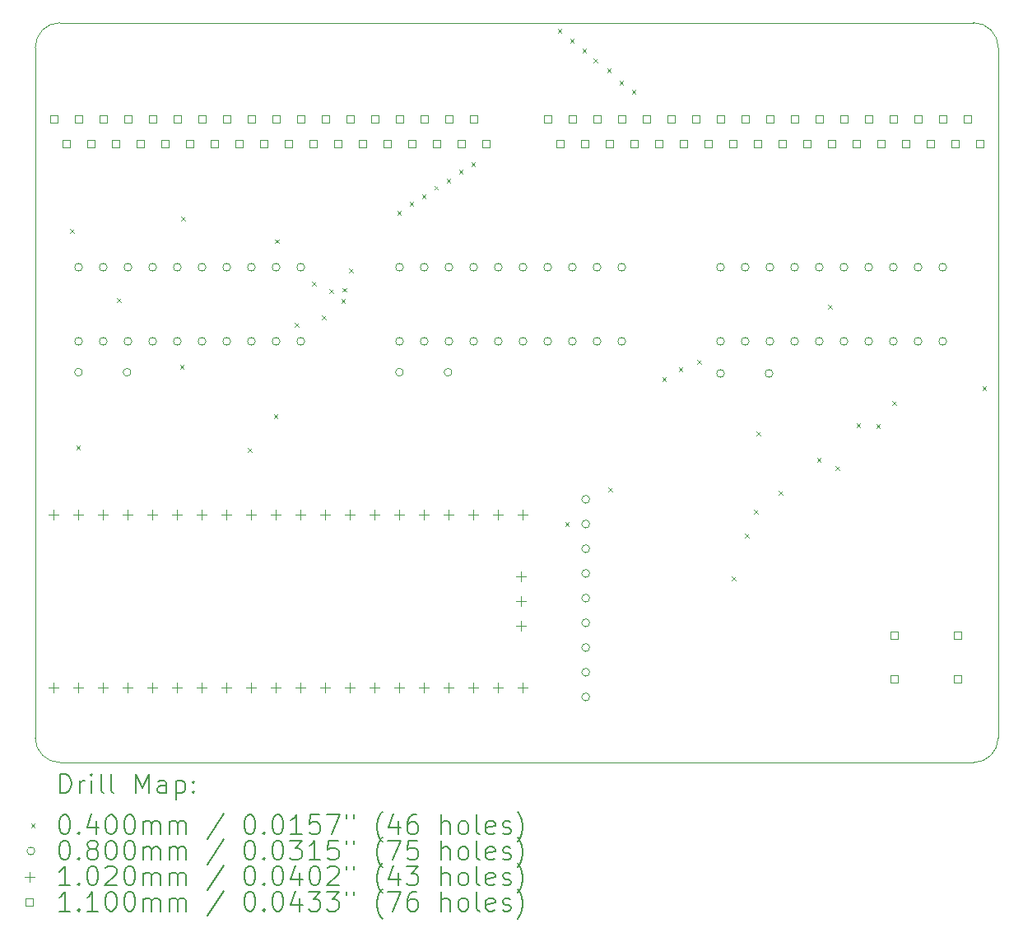
<source format=gbr>
%TF.GenerationSoftware,KiCad,Pcbnew,7.0.9*%
%TF.CreationDate,2024-01-22T22:06:58+01:00*%
%TF.ProjectId,programmer,70726f67-7261-46d6-9d65-722e6b696361,A0*%
%TF.SameCoordinates,Original*%
%TF.FileFunction,Drillmap*%
%TF.FilePolarity,Positive*%
%FSLAX45Y45*%
G04 Gerber Fmt 4.5, Leading zero omitted, Abs format (unit mm)*
G04 Created by KiCad (PCBNEW 7.0.9) date 2024-01-22 22:06:58*
%MOMM*%
%LPD*%
G01*
G04 APERTURE LIST*
%ADD10C,0.100000*%
%ADD11C,0.200000*%
%ADD12C,0.102000*%
%ADD13C,0.110000*%
G04 APERTURE END LIST*
D10*
X10339605Y-5005605D02*
X10339605Y-12104905D01*
X19991605Y-4751605D02*
X10593605Y-4751605D01*
X20245615Y-5005605D02*
G75*
G03*
X19991605Y-4751605I-254005J-5D01*
G01*
X10339615Y-12104905D02*
G75*
G03*
X10593605Y-12358905I253995J-5D01*
G01*
X10593605Y-4751605D02*
G75*
G03*
X10339605Y-5005605I5J-254005D01*
G01*
X20245605Y-12104905D02*
X20245605Y-5005605D01*
X10593605Y-12358905D02*
X19991605Y-12358905D01*
X19991605Y-12358905D02*
G75*
G03*
X20245605Y-12104905I5J253995D01*
G01*
D11*
D10*
X10698800Y-6876100D02*
X10738800Y-6916100D01*
X10738800Y-6876100D02*
X10698800Y-6916100D01*
X10762300Y-9098600D02*
X10802300Y-9138600D01*
X10802300Y-9098600D02*
X10762300Y-9138600D01*
X11181400Y-7587300D02*
X11221400Y-7627300D01*
X11221400Y-7587300D02*
X11181400Y-7627300D01*
X11829100Y-8273100D02*
X11869100Y-8313100D01*
X11869100Y-8273100D02*
X11829100Y-8313100D01*
X11841800Y-6749100D02*
X11881800Y-6789100D01*
X11881800Y-6749100D02*
X11841800Y-6789100D01*
X12527600Y-9124000D02*
X12567600Y-9164000D01*
X12567600Y-9124000D02*
X12527600Y-9164000D01*
X12794300Y-8781100D02*
X12834300Y-8821100D01*
X12834300Y-8781100D02*
X12794300Y-8821100D01*
X12808805Y-6979505D02*
X12848805Y-7019505D01*
X12848805Y-6979505D02*
X12808805Y-7019505D01*
X13010200Y-7837550D02*
X13050200Y-7877550D01*
X13050200Y-7837550D02*
X13010200Y-7877550D01*
X13188000Y-7417000D02*
X13228000Y-7457000D01*
X13228000Y-7417000D02*
X13188000Y-7457000D01*
X13289600Y-7765100D02*
X13329600Y-7805100D01*
X13329600Y-7765100D02*
X13289600Y-7805100D01*
X13365800Y-7489450D02*
X13405800Y-7529450D01*
X13405800Y-7489450D02*
X13365800Y-7529450D01*
X13486880Y-7594080D02*
X13526880Y-7634080D01*
X13526880Y-7594080D02*
X13486880Y-7634080D01*
X13499150Y-7479350D02*
X13539150Y-7519350D01*
X13539150Y-7479350D02*
X13499150Y-7519350D01*
X13569000Y-7282500D02*
X13609000Y-7322500D01*
X13609000Y-7282500D02*
X13569000Y-7322500D01*
X14064300Y-6685600D02*
X14104300Y-6725600D01*
X14104300Y-6685600D02*
X14064300Y-6725600D01*
X14191300Y-6596700D02*
X14231300Y-6636700D01*
X14231300Y-6596700D02*
X14191300Y-6636700D01*
X14318300Y-6520500D02*
X14358300Y-6560500D01*
X14358300Y-6520500D02*
X14318300Y-6560500D01*
X14445300Y-6427850D02*
X14485300Y-6467850D01*
X14485300Y-6427850D02*
X14445300Y-6467850D01*
X14572300Y-6355400D02*
X14612300Y-6395400D01*
X14612300Y-6355400D02*
X14572300Y-6395400D01*
X14699300Y-6266500D02*
X14739300Y-6306500D01*
X14739300Y-6266500D02*
X14699300Y-6306500D01*
X14826300Y-6190300D02*
X14866300Y-6230300D01*
X14866300Y-6190300D02*
X14826300Y-6230300D01*
X15715300Y-4818700D02*
X15755300Y-4858700D01*
X15755300Y-4818700D02*
X15715300Y-4858700D01*
X15791500Y-9886000D02*
X15831500Y-9926000D01*
X15831500Y-9886000D02*
X15791500Y-9926000D01*
X15842300Y-4920300D02*
X15882300Y-4960300D01*
X15882300Y-4920300D02*
X15842300Y-4960300D01*
X15969300Y-5021900D02*
X16009300Y-5061900D01*
X16009300Y-5021900D02*
X15969300Y-5061900D01*
X16083600Y-5123500D02*
X16123600Y-5163500D01*
X16123600Y-5123500D02*
X16083600Y-5163500D01*
X16223300Y-5225100D02*
X16263300Y-5265100D01*
X16263300Y-5225100D02*
X16223300Y-5265100D01*
X16236000Y-9530400D02*
X16276000Y-9570400D01*
X16276000Y-9530400D02*
X16236000Y-9570400D01*
X16350300Y-5352100D02*
X16390300Y-5392100D01*
X16390300Y-5352100D02*
X16350300Y-5392100D01*
X16477300Y-5441000D02*
X16517300Y-5481000D01*
X16517300Y-5441000D02*
X16477300Y-5481000D01*
X16790100Y-8400100D02*
X16830100Y-8440100D01*
X16830100Y-8400100D02*
X16790100Y-8440100D01*
X16959900Y-8294750D02*
X16999900Y-8334750D01*
X16999900Y-8294750D02*
X16959900Y-8334750D01*
X17150400Y-8222300D02*
X17190400Y-8262300D01*
X17190400Y-8222300D02*
X17150400Y-8262300D01*
X17506000Y-10444800D02*
X17546000Y-10484800D01*
X17546000Y-10444800D02*
X17506000Y-10484800D01*
X17639350Y-10006650D02*
X17679350Y-10046650D01*
X17679350Y-10006650D02*
X17639350Y-10046650D01*
X17734600Y-9759000D02*
X17774600Y-9799000D01*
X17774600Y-9759000D02*
X17734600Y-9799000D01*
X17760000Y-8958900D02*
X17800000Y-8998900D01*
X17800000Y-8958900D02*
X17760000Y-8998900D01*
X17988600Y-9568500D02*
X18028600Y-9608500D01*
X18028600Y-9568500D02*
X17988600Y-9608500D01*
X18382300Y-9225600D02*
X18422300Y-9265600D01*
X18422300Y-9225600D02*
X18382300Y-9265600D01*
X18496600Y-7650800D02*
X18536600Y-7690800D01*
X18536600Y-7650800D02*
X18496600Y-7690800D01*
X18572800Y-9314500D02*
X18612800Y-9354500D01*
X18612800Y-9314500D02*
X18572800Y-9354500D01*
X18788700Y-8870000D02*
X18828700Y-8910000D01*
X18828700Y-8870000D02*
X18788700Y-8910000D01*
X18991900Y-8882700D02*
X19031900Y-8922700D01*
X19031900Y-8882700D02*
X18991900Y-8922700D01*
X19157000Y-8641400D02*
X19197000Y-8681400D01*
X19197000Y-8641400D02*
X19157000Y-8681400D01*
X20084100Y-8489000D02*
X20124100Y-8529000D01*
X20124100Y-8489000D02*
X20084100Y-8529000D01*
X10824105Y-7266205D02*
G75*
G03*
X10824105Y-7266205I-40000J0D01*
G01*
X10824105Y-8028205D02*
G75*
G03*
X10824105Y-8028205I-40000J0D01*
G01*
X10824105Y-8345705D02*
G75*
G03*
X10824105Y-8345705I-40000J0D01*
G01*
X11078105Y-7266205D02*
G75*
G03*
X11078105Y-7266205I-40000J0D01*
G01*
X11078105Y-8028205D02*
G75*
G03*
X11078105Y-8028205I-40000J0D01*
G01*
X11324105Y-8345705D02*
G75*
G03*
X11324105Y-8345705I-40000J0D01*
G01*
X11332105Y-7266205D02*
G75*
G03*
X11332105Y-7266205I-40000J0D01*
G01*
X11332105Y-8028205D02*
G75*
G03*
X11332105Y-8028205I-40000J0D01*
G01*
X11586105Y-7266205D02*
G75*
G03*
X11586105Y-7266205I-40000J0D01*
G01*
X11586105Y-8028205D02*
G75*
G03*
X11586105Y-8028205I-40000J0D01*
G01*
X11840105Y-7266205D02*
G75*
G03*
X11840105Y-7266205I-40000J0D01*
G01*
X11840105Y-8028205D02*
G75*
G03*
X11840105Y-8028205I-40000J0D01*
G01*
X12094105Y-7266205D02*
G75*
G03*
X12094105Y-7266205I-40000J0D01*
G01*
X12094105Y-8028205D02*
G75*
G03*
X12094105Y-8028205I-40000J0D01*
G01*
X12348105Y-7266205D02*
G75*
G03*
X12348105Y-7266205I-40000J0D01*
G01*
X12348105Y-8028205D02*
G75*
G03*
X12348105Y-8028205I-40000J0D01*
G01*
X12602105Y-7266205D02*
G75*
G03*
X12602105Y-7266205I-40000J0D01*
G01*
X12602105Y-8028205D02*
G75*
G03*
X12602105Y-8028205I-40000J0D01*
G01*
X12856105Y-7266205D02*
G75*
G03*
X12856105Y-7266205I-40000J0D01*
G01*
X12856105Y-8028205D02*
G75*
G03*
X12856105Y-8028205I-40000J0D01*
G01*
X13110105Y-7266205D02*
G75*
G03*
X13110105Y-7266205I-40000J0D01*
G01*
X13110105Y-8028205D02*
G75*
G03*
X13110105Y-8028205I-40000J0D01*
G01*
X14126105Y-7266205D02*
G75*
G03*
X14126105Y-7266205I-40000J0D01*
G01*
X14126105Y-8028205D02*
G75*
G03*
X14126105Y-8028205I-40000J0D01*
G01*
X14126105Y-8345705D02*
G75*
G03*
X14126105Y-8345705I-40000J0D01*
G01*
X14380105Y-7266205D02*
G75*
G03*
X14380105Y-7266205I-40000J0D01*
G01*
X14380105Y-8028205D02*
G75*
G03*
X14380105Y-8028205I-40000J0D01*
G01*
X14626105Y-8345705D02*
G75*
G03*
X14626105Y-8345705I-40000J0D01*
G01*
X14634105Y-7266205D02*
G75*
G03*
X14634105Y-7266205I-40000J0D01*
G01*
X14634105Y-8028205D02*
G75*
G03*
X14634105Y-8028205I-40000J0D01*
G01*
X14888105Y-7266205D02*
G75*
G03*
X14888105Y-7266205I-40000J0D01*
G01*
X14888105Y-8028205D02*
G75*
G03*
X14888105Y-8028205I-40000J0D01*
G01*
X15142105Y-7266205D02*
G75*
G03*
X15142105Y-7266205I-40000J0D01*
G01*
X15142105Y-8028205D02*
G75*
G03*
X15142105Y-8028205I-40000J0D01*
G01*
X15396105Y-7266205D02*
G75*
G03*
X15396105Y-7266205I-40000J0D01*
G01*
X15396105Y-8028205D02*
G75*
G03*
X15396105Y-8028205I-40000J0D01*
G01*
X15650105Y-7266205D02*
G75*
G03*
X15650105Y-7266205I-40000J0D01*
G01*
X15650105Y-8028205D02*
G75*
G03*
X15650105Y-8028205I-40000J0D01*
G01*
X15904105Y-7266205D02*
G75*
G03*
X15904105Y-7266205I-40000J0D01*
G01*
X15904105Y-8028205D02*
G75*
G03*
X15904105Y-8028205I-40000J0D01*
G01*
X16042000Y-9652000D02*
G75*
G03*
X16042000Y-9652000I-40000J0D01*
G01*
X16042000Y-9906000D02*
G75*
G03*
X16042000Y-9906000I-40000J0D01*
G01*
X16042000Y-10160000D02*
G75*
G03*
X16042000Y-10160000I-40000J0D01*
G01*
X16042000Y-10414000D02*
G75*
G03*
X16042000Y-10414000I-40000J0D01*
G01*
X16042000Y-10668000D02*
G75*
G03*
X16042000Y-10668000I-40000J0D01*
G01*
X16042000Y-10922000D02*
G75*
G03*
X16042000Y-10922000I-40000J0D01*
G01*
X16042000Y-11176000D02*
G75*
G03*
X16042000Y-11176000I-40000J0D01*
G01*
X16042000Y-11430000D02*
G75*
G03*
X16042000Y-11430000I-40000J0D01*
G01*
X16042000Y-11684000D02*
G75*
G03*
X16042000Y-11684000I-40000J0D01*
G01*
X16158105Y-7266205D02*
G75*
G03*
X16158105Y-7266205I-40000J0D01*
G01*
X16158105Y-8028205D02*
G75*
G03*
X16158105Y-8028205I-40000J0D01*
G01*
X16412105Y-7266205D02*
G75*
G03*
X16412105Y-7266205I-40000J0D01*
G01*
X16412105Y-8028205D02*
G75*
G03*
X16412105Y-8028205I-40000J0D01*
G01*
X17428105Y-7266205D02*
G75*
G03*
X17428105Y-7266205I-40000J0D01*
G01*
X17428105Y-8028205D02*
G75*
G03*
X17428105Y-8028205I-40000J0D01*
G01*
X17428105Y-8358405D02*
G75*
G03*
X17428105Y-8358405I-40000J0D01*
G01*
X17682105Y-7266205D02*
G75*
G03*
X17682105Y-7266205I-40000J0D01*
G01*
X17682105Y-8028205D02*
G75*
G03*
X17682105Y-8028205I-40000J0D01*
G01*
X17928105Y-8358405D02*
G75*
G03*
X17928105Y-8358405I-40000J0D01*
G01*
X17936105Y-7266205D02*
G75*
G03*
X17936105Y-7266205I-40000J0D01*
G01*
X17936105Y-8028205D02*
G75*
G03*
X17936105Y-8028205I-40000J0D01*
G01*
X18190105Y-7266205D02*
G75*
G03*
X18190105Y-7266205I-40000J0D01*
G01*
X18190105Y-8028205D02*
G75*
G03*
X18190105Y-8028205I-40000J0D01*
G01*
X18444105Y-7266205D02*
G75*
G03*
X18444105Y-7266205I-40000J0D01*
G01*
X18444105Y-8028205D02*
G75*
G03*
X18444105Y-8028205I-40000J0D01*
G01*
X18698105Y-7266205D02*
G75*
G03*
X18698105Y-7266205I-40000J0D01*
G01*
X18698105Y-8028205D02*
G75*
G03*
X18698105Y-8028205I-40000J0D01*
G01*
X18952105Y-7266205D02*
G75*
G03*
X18952105Y-7266205I-40000J0D01*
G01*
X18952105Y-8028205D02*
G75*
G03*
X18952105Y-8028205I-40000J0D01*
G01*
X19206105Y-7266205D02*
G75*
G03*
X19206105Y-7266205I-40000J0D01*
G01*
X19206105Y-8028205D02*
G75*
G03*
X19206105Y-8028205I-40000J0D01*
G01*
X19460105Y-7266205D02*
G75*
G03*
X19460105Y-7266205I-40000J0D01*
G01*
X19460105Y-8028205D02*
G75*
G03*
X19460105Y-8028205I-40000J0D01*
G01*
X19714105Y-7266205D02*
G75*
G03*
X19714105Y-7266205I-40000J0D01*
G01*
X19714105Y-8028205D02*
G75*
G03*
X19714105Y-8028205I-40000J0D01*
G01*
D12*
X10530105Y-9755205D02*
X10530105Y-9857205D01*
X10479105Y-9806205D02*
X10581105Y-9806205D01*
X10530105Y-11533205D02*
X10530105Y-11635205D01*
X10479105Y-11584205D02*
X10581105Y-11584205D01*
X10784105Y-9755205D02*
X10784105Y-9857205D01*
X10733105Y-9806205D02*
X10835105Y-9806205D01*
X10784105Y-11533205D02*
X10784105Y-11635205D01*
X10733105Y-11584205D02*
X10835105Y-11584205D01*
X11038105Y-9755205D02*
X11038105Y-9857205D01*
X10987105Y-9806205D02*
X11089105Y-9806205D01*
X11038105Y-11533205D02*
X11038105Y-11635205D01*
X10987105Y-11584205D02*
X11089105Y-11584205D01*
X11292105Y-9755205D02*
X11292105Y-9857205D01*
X11241105Y-9806205D02*
X11343105Y-9806205D01*
X11292105Y-11533205D02*
X11292105Y-11635205D01*
X11241105Y-11584205D02*
X11343105Y-11584205D01*
X11546105Y-9755205D02*
X11546105Y-9857205D01*
X11495105Y-9806205D02*
X11597105Y-9806205D01*
X11546105Y-11533205D02*
X11546105Y-11635205D01*
X11495105Y-11584205D02*
X11597105Y-11584205D01*
X11800105Y-9755205D02*
X11800105Y-9857205D01*
X11749105Y-9806205D02*
X11851105Y-9806205D01*
X11800105Y-11533205D02*
X11800105Y-11635205D01*
X11749105Y-11584205D02*
X11851105Y-11584205D01*
X12054105Y-9755205D02*
X12054105Y-9857205D01*
X12003105Y-9806205D02*
X12105105Y-9806205D01*
X12054105Y-11533205D02*
X12054105Y-11635205D01*
X12003105Y-11584205D02*
X12105105Y-11584205D01*
X12308105Y-9755205D02*
X12308105Y-9857205D01*
X12257105Y-9806205D02*
X12359105Y-9806205D01*
X12308105Y-11533205D02*
X12308105Y-11635205D01*
X12257105Y-11584205D02*
X12359105Y-11584205D01*
X12562105Y-9755205D02*
X12562105Y-9857205D01*
X12511105Y-9806205D02*
X12613105Y-9806205D01*
X12562105Y-11533205D02*
X12562105Y-11635205D01*
X12511105Y-11584205D02*
X12613105Y-11584205D01*
X12816105Y-9755205D02*
X12816105Y-9857205D01*
X12765105Y-9806205D02*
X12867105Y-9806205D01*
X12816105Y-11533205D02*
X12816105Y-11635205D01*
X12765105Y-11584205D02*
X12867105Y-11584205D01*
X13070105Y-9755205D02*
X13070105Y-9857205D01*
X13019105Y-9806205D02*
X13121105Y-9806205D01*
X13070105Y-11533205D02*
X13070105Y-11635205D01*
X13019105Y-11584205D02*
X13121105Y-11584205D01*
X13324105Y-9755205D02*
X13324105Y-9857205D01*
X13273105Y-9806205D02*
X13375105Y-9806205D01*
X13324105Y-11533205D02*
X13324105Y-11635205D01*
X13273105Y-11584205D02*
X13375105Y-11584205D01*
X13578105Y-9755205D02*
X13578105Y-9857205D01*
X13527105Y-9806205D02*
X13629105Y-9806205D01*
X13578105Y-11533205D02*
X13578105Y-11635205D01*
X13527105Y-11584205D02*
X13629105Y-11584205D01*
X13832105Y-9755205D02*
X13832105Y-9857205D01*
X13781105Y-9806205D02*
X13883105Y-9806205D01*
X13832105Y-11533205D02*
X13832105Y-11635205D01*
X13781105Y-11584205D02*
X13883105Y-11584205D01*
X14086105Y-9755205D02*
X14086105Y-9857205D01*
X14035105Y-9806205D02*
X14137105Y-9806205D01*
X14086105Y-11533205D02*
X14086105Y-11635205D01*
X14035105Y-11584205D02*
X14137105Y-11584205D01*
X14340105Y-9755205D02*
X14340105Y-9857205D01*
X14289105Y-9806205D02*
X14391105Y-9806205D01*
X14340105Y-11533205D02*
X14340105Y-11635205D01*
X14289105Y-11584205D02*
X14391105Y-11584205D01*
X14594105Y-9755205D02*
X14594105Y-9857205D01*
X14543105Y-9806205D02*
X14645105Y-9806205D01*
X14594105Y-11533205D02*
X14594105Y-11635205D01*
X14543105Y-11584205D02*
X14645105Y-11584205D01*
X14848105Y-9755205D02*
X14848105Y-9857205D01*
X14797105Y-9806205D02*
X14899105Y-9806205D01*
X14848105Y-11533205D02*
X14848105Y-11635205D01*
X14797105Y-11584205D02*
X14899105Y-11584205D01*
X15102105Y-9755205D02*
X15102105Y-9857205D01*
X15051105Y-9806205D02*
X15153105Y-9806205D01*
X15102105Y-11533205D02*
X15102105Y-11635205D01*
X15051105Y-11584205D02*
X15153105Y-11584205D01*
X15333105Y-10390205D02*
X15333105Y-10492205D01*
X15282105Y-10441205D02*
X15384105Y-10441205D01*
X15333105Y-10644205D02*
X15333105Y-10746205D01*
X15282105Y-10695205D02*
X15384105Y-10695205D01*
X15333105Y-10898205D02*
X15333105Y-11000205D01*
X15282105Y-10949205D02*
X15384105Y-10949205D01*
X15356105Y-9755205D02*
X15356105Y-9857205D01*
X15305105Y-9806205D02*
X15407105Y-9806205D01*
X15356105Y-11533205D02*
X15356105Y-11635205D01*
X15305105Y-11584205D02*
X15407105Y-11584205D01*
D13*
X10568996Y-5781096D02*
X10568996Y-5703314D01*
X10491214Y-5703314D01*
X10491214Y-5781096D01*
X10568996Y-5781096D01*
X10695996Y-6035096D02*
X10695996Y-5957314D01*
X10618214Y-5957314D01*
X10618214Y-6035096D01*
X10695996Y-6035096D01*
X10822996Y-5781096D02*
X10822996Y-5703314D01*
X10745214Y-5703314D01*
X10745214Y-5781096D01*
X10822996Y-5781096D01*
X10949996Y-6035096D02*
X10949996Y-5957314D01*
X10872214Y-5957314D01*
X10872214Y-6035096D01*
X10949996Y-6035096D01*
X11076996Y-5781096D02*
X11076996Y-5703314D01*
X10999214Y-5703314D01*
X10999214Y-5781096D01*
X11076996Y-5781096D01*
X11203996Y-6035096D02*
X11203996Y-5957314D01*
X11126214Y-5957314D01*
X11126214Y-6035096D01*
X11203996Y-6035096D01*
X11330996Y-5781096D02*
X11330996Y-5703314D01*
X11253214Y-5703314D01*
X11253214Y-5781096D01*
X11330996Y-5781096D01*
X11457996Y-6035096D02*
X11457996Y-5957314D01*
X11380214Y-5957314D01*
X11380214Y-6035096D01*
X11457996Y-6035096D01*
X11584996Y-5781096D02*
X11584996Y-5703314D01*
X11507214Y-5703314D01*
X11507214Y-5781096D01*
X11584996Y-5781096D01*
X11711996Y-6035096D02*
X11711996Y-5957314D01*
X11634214Y-5957314D01*
X11634214Y-6035096D01*
X11711996Y-6035096D01*
X11838996Y-5781096D02*
X11838996Y-5703314D01*
X11761214Y-5703314D01*
X11761214Y-5781096D01*
X11838996Y-5781096D01*
X11965996Y-6035096D02*
X11965996Y-5957314D01*
X11888214Y-5957314D01*
X11888214Y-6035096D01*
X11965996Y-6035096D01*
X12092996Y-5781096D02*
X12092996Y-5703314D01*
X12015214Y-5703314D01*
X12015214Y-5781096D01*
X12092996Y-5781096D01*
X12219996Y-6035096D02*
X12219996Y-5957314D01*
X12142214Y-5957314D01*
X12142214Y-6035096D01*
X12219996Y-6035096D01*
X12346996Y-5781096D02*
X12346996Y-5703314D01*
X12269214Y-5703314D01*
X12269214Y-5781096D01*
X12346996Y-5781096D01*
X12473996Y-6035096D02*
X12473996Y-5957314D01*
X12396214Y-5957314D01*
X12396214Y-6035096D01*
X12473996Y-6035096D01*
X12600996Y-5781096D02*
X12600996Y-5703314D01*
X12523214Y-5703314D01*
X12523214Y-5781096D01*
X12600996Y-5781096D01*
X12727996Y-6035096D02*
X12727996Y-5957314D01*
X12650214Y-5957314D01*
X12650214Y-6035096D01*
X12727996Y-6035096D01*
X12854996Y-5781096D02*
X12854996Y-5703314D01*
X12777214Y-5703314D01*
X12777214Y-5781096D01*
X12854996Y-5781096D01*
X12981996Y-6035096D02*
X12981996Y-5957314D01*
X12904214Y-5957314D01*
X12904214Y-6035096D01*
X12981996Y-6035096D01*
X13108996Y-5781096D02*
X13108996Y-5703314D01*
X13031214Y-5703314D01*
X13031214Y-5781096D01*
X13108996Y-5781096D01*
X13235996Y-6035096D02*
X13235996Y-5957314D01*
X13158214Y-5957314D01*
X13158214Y-6035096D01*
X13235996Y-6035096D01*
X13362996Y-5781096D02*
X13362996Y-5703314D01*
X13285214Y-5703314D01*
X13285214Y-5781096D01*
X13362996Y-5781096D01*
X13489996Y-6035096D02*
X13489996Y-5957314D01*
X13412214Y-5957314D01*
X13412214Y-6035096D01*
X13489996Y-6035096D01*
X13616996Y-5781096D02*
X13616996Y-5703314D01*
X13539214Y-5703314D01*
X13539214Y-5781096D01*
X13616996Y-5781096D01*
X13743996Y-6035096D02*
X13743996Y-5957314D01*
X13666214Y-5957314D01*
X13666214Y-6035096D01*
X13743996Y-6035096D01*
X13870996Y-5781096D02*
X13870996Y-5703314D01*
X13793214Y-5703314D01*
X13793214Y-5781096D01*
X13870996Y-5781096D01*
X13997996Y-6035096D02*
X13997996Y-5957314D01*
X13920214Y-5957314D01*
X13920214Y-6035096D01*
X13997996Y-6035096D01*
X14124996Y-5781096D02*
X14124996Y-5703314D01*
X14047214Y-5703314D01*
X14047214Y-5781096D01*
X14124996Y-5781096D01*
X14251996Y-6035096D02*
X14251996Y-5957314D01*
X14174214Y-5957314D01*
X14174214Y-6035096D01*
X14251996Y-6035096D01*
X14378996Y-5781096D02*
X14378996Y-5703314D01*
X14301214Y-5703314D01*
X14301214Y-5781096D01*
X14378996Y-5781096D01*
X14505996Y-6035096D02*
X14505996Y-5957314D01*
X14428214Y-5957314D01*
X14428214Y-6035096D01*
X14505996Y-6035096D01*
X14632996Y-5781096D02*
X14632996Y-5703314D01*
X14555214Y-5703314D01*
X14555214Y-5781096D01*
X14632996Y-5781096D01*
X14759996Y-6035096D02*
X14759996Y-5957314D01*
X14682214Y-5957314D01*
X14682214Y-6035096D01*
X14759996Y-6035096D01*
X14886996Y-5781096D02*
X14886996Y-5703314D01*
X14809214Y-5703314D01*
X14809214Y-5781096D01*
X14886996Y-5781096D01*
X15013996Y-6035096D02*
X15013996Y-5957314D01*
X14936214Y-5957314D01*
X14936214Y-6035096D01*
X15013996Y-6035096D01*
X15648996Y-5781096D02*
X15648996Y-5703314D01*
X15571214Y-5703314D01*
X15571214Y-5781096D01*
X15648996Y-5781096D01*
X15775996Y-6035096D02*
X15775996Y-5957314D01*
X15698214Y-5957314D01*
X15698214Y-6035096D01*
X15775996Y-6035096D01*
X15902996Y-5781096D02*
X15902996Y-5703314D01*
X15825214Y-5703314D01*
X15825214Y-5781096D01*
X15902996Y-5781096D01*
X16029996Y-6035096D02*
X16029996Y-5957314D01*
X15952214Y-5957314D01*
X15952214Y-6035096D01*
X16029996Y-6035096D01*
X16156996Y-5781096D02*
X16156996Y-5703314D01*
X16079214Y-5703314D01*
X16079214Y-5781096D01*
X16156996Y-5781096D01*
X16283996Y-6035096D02*
X16283996Y-5957314D01*
X16206214Y-5957314D01*
X16206214Y-6035096D01*
X16283996Y-6035096D01*
X16410996Y-5781096D02*
X16410996Y-5703314D01*
X16333214Y-5703314D01*
X16333214Y-5781096D01*
X16410996Y-5781096D01*
X16537996Y-6035096D02*
X16537996Y-5957314D01*
X16460214Y-5957314D01*
X16460214Y-6035096D01*
X16537996Y-6035096D01*
X16664996Y-5781096D02*
X16664996Y-5703314D01*
X16587214Y-5703314D01*
X16587214Y-5781096D01*
X16664996Y-5781096D01*
X16791996Y-6035096D02*
X16791996Y-5957314D01*
X16714214Y-5957314D01*
X16714214Y-6035096D01*
X16791996Y-6035096D01*
X16918996Y-5781096D02*
X16918996Y-5703314D01*
X16841214Y-5703314D01*
X16841214Y-5781096D01*
X16918996Y-5781096D01*
X17045996Y-6035096D02*
X17045996Y-5957314D01*
X16968214Y-5957314D01*
X16968214Y-6035096D01*
X17045996Y-6035096D01*
X17172996Y-5781096D02*
X17172996Y-5703314D01*
X17095214Y-5703314D01*
X17095214Y-5781096D01*
X17172996Y-5781096D01*
X17299996Y-6035096D02*
X17299996Y-5957314D01*
X17222214Y-5957314D01*
X17222214Y-6035096D01*
X17299996Y-6035096D01*
X17426996Y-5781096D02*
X17426996Y-5703314D01*
X17349214Y-5703314D01*
X17349214Y-5781096D01*
X17426996Y-5781096D01*
X17553996Y-6035096D02*
X17553996Y-5957314D01*
X17476214Y-5957314D01*
X17476214Y-6035096D01*
X17553996Y-6035096D01*
X17680996Y-5781096D02*
X17680996Y-5703314D01*
X17603214Y-5703314D01*
X17603214Y-5781096D01*
X17680996Y-5781096D01*
X17807996Y-6035096D02*
X17807996Y-5957314D01*
X17730214Y-5957314D01*
X17730214Y-6035096D01*
X17807996Y-6035096D01*
X17934996Y-5781096D02*
X17934996Y-5703314D01*
X17857214Y-5703314D01*
X17857214Y-5781096D01*
X17934996Y-5781096D01*
X18061996Y-6035096D02*
X18061996Y-5957314D01*
X17984214Y-5957314D01*
X17984214Y-6035096D01*
X18061996Y-6035096D01*
X18188996Y-5781096D02*
X18188996Y-5703314D01*
X18111214Y-5703314D01*
X18111214Y-5781096D01*
X18188996Y-5781096D01*
X18315996Y-6035096D02*
X18315996Y-5957314D01*
X18238214Y-5957314D01*
X18238214Y-6035096D01*
X18315996Y-6035096D01*
X18442996Y-5781096D02*
X18442996Y-5703314D01*
X18365214Y-5703314D01*
X18365214Y-5781096D01*
X18442996Y-5781096D01*
X18569996Y-6035096D02*
X18569996Y-5957314D01*
X18492214Y-5957314D01*
X18492214Y-6035096D01*
X18569996Y-6035096D01*
X18696996Y-5781096D02*
X18696996Y-5703314D01*
X18619214Y-5703314D01*
X18619214Y-5781096D01*
X18696996Y-5781096D01*
X18823996Y-6035096D02*
X18823996Y-5957314D01*
X18746214Y-5957314D01*
X18746214Y-6035096D01*
X18823996Y-6035096D01*
X18950996Y-5781096D02*
X18950996Y-5703314D01*
X18873214Y-5703314D01*
X18873214Y-5781096D01*
X18950996Y-5781096D01*
X19077996Y-6035096D02*
X19077996Y-5957314D01*
X19000214Y-5957314D01*
X19000214Y-6035096D01*
X19077996Y-6035096D01*
X19204996Y-5781096D02*
X19204996Y-5703314D01*
X19127214Y-5703314D01*
X19127214Y-5781096D01*
X19204996Y-5781096D01*
X19215891Y-11087891D02*
X19215891Y-11010109D01*
X19138109Y-11010109D01*
X19138109Y-11087891D01*
X19215891Y-11087891D01*
X19215891Y-11537891D02*
X19215891Y-11460109D01*
X19138109Y-11460109D01*
X19138109Y-11537891D01*
X19215891Y-11537891D01*
X19331996Y-6035096D02*
X19331996Y-5957314D01*
X19254214Y-5957314D01*
X19254214Y-6035096D01*
X19331996Y-6035096D01*
X19458996Y-5781096D02*
X19458996Y-5703314D01*
X19381214Y-5703314D01*
X19381214Y-5781096D01*
X19458996Y-5781096D01*
X19585996Y-6035096D02*
X19585996Y-5957314D01*
X19508214Y-5957314D01*
X19508214Y-6035096D01*
X19585996Y-6035096D01*
X19712996Y-5781096D02*
X19712996Y-5703314D01*
X19635214Y-5703314D01*
X19635214Y-5781096D01*
X19712996Y-5781096D01*
X19839996Y-6035096D02*
X19839996Y-5957314D01*
X19762214Y-5957314D01*
X19762214Y-6035096D01*
X19839996Y-6035096D01*
X19865891Y-11087891D02*
X19865891Y-11010109D01*
X19788109Y-11010109D01*
X19788109Y-11087891D01*
X19865891Y-11087891D01*
X19865891Y-11537891D02*
X19865891Y-11460109D01*
X19788109Y-11460109D01*
X19788109Y-11537891D01*
X19865891Y-11537891D01*
X19966996Y-5781096D02*
X19966996Y-5703314D01*
X19889214Y-5703314D01*
X19889214Y-5781096D01*
X19966996Y-5781096D01*
X20093996Y-6035096D02*
X20093996Y-5957314D01*
X20016214Y-5957314D01*
X20016214Y-6035096D01*
X20093996Y-6035096D01*
D11*
X10595382Y-12675389D02*
X10595382Y-12475389D01*
X10595382Y-12475389D02*
X10643001Y-12475389D01*
X10643001Y-12475389D02*
X10671572Y-12484913D01*
X10671572Y-12484913D02*
X10690620Y-12503960D01*
X10690620Y-12503960D02*
X10700144Y-12523008D01*
X10700144Y-12523008D02*
X10709668Y-12561103D01*
X10709668Y-12561103D02*
X10709668Y-12589675D01*
X10709668Y-12589675D02*
X10700144Y-12627770D01*
X10700144Y-12627770D02*
X10690620Y-12646817D01*
X10690620Y-12646817D02*
X10671572Y-12665865D01*
X10671572Y-12665865D02*
X10643001Y-12675389D01*
X10643001Y-12675389D02*
X10595382Y-12675389D01*
X10795382Y-12675389D02*
X10795382Y-12542055D01*
X10795382Y-12580151D02*
X10804906Y-12561103D01*
X10804906Y-12561103D02*
X10814430Y-12551579D01*
X10814430Y-12551579D02*
X10833477Y-12542055D01*
X10833477Y-12542055D02*
X10852525Y-12542055D01*
X10919191Y-12675389D02*
X10919191Y-12542055D01*
X10919191Y-12475389D02*
X10909668Y-12484913D01*
X10909668Y-12484913D02*
X10919191Y-12494436D01*
X10919191Y-12494436D02*
X10928715Y-12484913D01*
X10928715Y-12484913D02*
X10919191Y-12475389D01*
X10919191Y-12475389D02*
X10919191Y-12494436D01*
X11043001Y-12675389D02*
X11023953Y-12665865D01*
X11023953Y-12665865D02*
X11014430Y-12646817D01*
X11014430Y-12646817D02*
X11014430Y-12475389D01*
X11147763Y-12675389D02*
X11128715Y-12665865D01*
X11128715Y-12665865D02*
X11119191Y-12646817D01*
X11119191Y-12646817D02*
X11119191Y-12475389D01*
X11376334Y-12675389D02*
X11376334Y-12475389D01*
X11376334Y-12475389D02*
X11443001Y-12618246D01*
X11443001Y-12618246D02*
X11509668Y-12475389D01*
X11509668Y-12475389D02*
X11509668Y-12675389D01*
X11690620Y-12675389D02*
X11690620Y-12570627D01*
X11690620Y-12570627D02*
X11681096Y-12551579D01*
X11681096Y-12551579D02*
X11662049Y-12542055D01*
X11662049Y-12542055D02*
X11623953Y-12542055D01*
X11623953Y-12542055D02*
X11604906Y-12551579D01*
X11690620Y-12665865D02*
X11671572Y-12675389D01*
X11671572Y-12675389D02*
X11623953Y-12675389D01*
X11623953Y-12675389D02*
X11604906Y-12665865D01*
X11604906Y-12665865D02*
X11595382Y-12646817D01*
X11595382Y-12646817D02*
X11595382Y-12627770D01*
X11595382Y-12627770D02*
X11604906Y-12608722D01*
X11604906Y-12608722D02*
X11623953Y-12599198D01*
X11623953Y-12599198D02*
X11671572Y-12599198D01*
X11671572Y-12599198D02*
X11690620Y-12589675D01*
X11785858Y-12542055D02*
X11785858Y-12742055D01*
X11785858Y-12551579D02*
X11804906Y-12542055D01*
X11804906Y-12542055D02*
X11843001Y-12542055D01*
X11843001Y-12542055D02*
X11862049Y-12551579D01*
X11862049Y-12551579D02*
X11871572Y-12561103D01*
X11871572Y-12561103D02*
X11881096Y-12580151D01*
X11881096Y-12580151D02*
X11881096Y-12637294D01*
X11881096Y-12637294D02*
X11871572Y-12656341D01*
X11871572Y-12656341D02*
X11862049Y-12665865D01*
X11862049Y-12665865D02*
X11843001Y-12675389D01*
X11843001Y-12675389D02*
X11804906Y-12675389D01*
X11804906Y-12675389D02*
X11785858Y-12665865D01*
X11966810Y-12656341D02*
X11976334Y-12665865D01*
X11976334Y-12665865D02*
X11966810Y-12675389D01*
X11966810Y-12675389D02*
X11957287Y-12665865D01*
X11957287Y-12665865D02*
X11966810Y-12656341D01*
X11966810Y-12656341D02*
X11966810Y-12675389D01*
X11966810Y-12551579D02*
X11976334Y-12561103D01*
X11976334Y-12561103D02*
X11966810Y-12570627D01*
X11966810Y-12570627D02*
X11957287Y-12561103D01*
X11957287Y-12561103D02*
X11966810Y-12551579D01*
X11966810Y-12551579D02*
X11966810Y-12570627D01*
D10*
X10294605Y-12983905D02*
X10334605Y-13023905D01*
X10334605Y-12983905D02*
X10294605Y-13023905D01*
D11*
X10633477Y-12895389D02*
X10652525Y-12895389D01*
X10652525Y-12895389D02*
X10671572Y-12904913D01*
X10671572Y-12904913D02*
X10681096Y-12914436D01*
X10681096Y-12914436D02*
X10690620Y-12933484D01*
X10690620Y-12933484D02*
X10700144Y-12971579D01*
X10700144Y-12971579D02*
X10700144Y-13019198D01*
X10700144Y-13019198D02*
X10690620Y-13057294D01*
X10690620Y-13057294D02*
X10681096Y-13076341D01*
X10681096Y-13076341D02*
X10671572Y-13085865D01*
X10671572Y-13085865D02*
X10652525Y-13095389D01*
X10652525Y-13095389D02*
X10633477Y-13095389D01*
X10633477Y-13095389D02*
X10614430Y-13085865D01*
X10614430Y-13085865D02*
X10604906Y-13076341D01*
X10604906Y-13076341D02*
X10595382Y-13057294D01*
X10595382Y-13057294D02*
X10585858Y-13019198D01*
X10585858Y-13019198D02*
X10585858Y-12971579D01*
X10585858Y-12971579D02*
X10595382Y-12933484D01*
X10595382Y-12933484D02*
X10604906Y-12914436D01*
X10604906Y-12914436D02*
X10614430Y-12904913D01*
X10614430Y-12904913D02*
X10633477Y-12895389D01*
X10785858Y-13076341D02*
X10795382Y-13085865D01*
X10795382Y-13085865D02*
X10785858Y-13095389D01*
X10785858Y-13095389D02*
X10776334Y-13085865D01*
X10776334Y-13085865D02*
X10785858Y-13076341D01*
X10785858Y-13076341D02*
X10785858Y-13095389D01*
X10966811Y-12962055D02*
X10966811Y-13095389D01*
X10919191Y-12885865D02*
X10871572Y-13028722D01*
X10871572Y-13028722D02*
X10995382Y-13028722D01*
X11109668Y-12895389D02*
X11128715Y-12895389D01*
X11128715Y-12895389D02*
X11147763Y-12904913D01*
X11147763Y-12904913D02*
X11157287Y-12914436D01*
X11157287Y-12914436D02*
X11166811Y-12933484D01*
X11166811Y-12933484D02*
X11176334Y-12971579D01*
X11176334Y-12971579D02*
X11176334Y-13019198D01*
X11176334Y-13019198D02*
X11166811Y-13057294D01*
X11166811Y-13057294D02*
X11157287Y-13076341D01*
X11157287Y-13076341D02*
X11147763Y-13085865D01*
X11147763Y-13085865D02*
X11128715Y-13095389D01*
X11128715Y-13095389D02*
X11109668Y-13095389D01*
X11109668Y-13095389D02*
X11090620Y-13085865D01*
X11090620Y-13085865D02*
X11081096Y-13076341D01*
X11081096Y-13076341D02*
X11071572Y-13057294D01*
X11071572Y-13057294D02*
X11062049Y-13019198D01*
X11062049Y-13019198D02*
X11062049Y-12971579D01*
X11062049Y-12971579D02*
X11071572Y-12933484D01*
X11071572Y-12933484D02*
X11081096Y-12914436D01*
X11081096Y-12914436D02*
X11090620Y-12904913D01*
X11090620Y-12904913D02*
X11109668Y-12895389D01*
X11300144Y-12895389D02*
X11319191Y-12895389D01*
X11319191Y-12895389D02*
X11338239Y-12904913D01*
X11338239Y-12904913D02*
X11347763Y-12914436D01*
X11347763Y-12914436D02*
X11357287Y-12933484D01*
X11357287Y-12933484D02*
X11366810Y-12971579D01*
X11366810Y-12971579D02*
X11366810Y-13019198D01*
X11366810Y-13019198D02*
X11357287Y-13057294D01*
X11357287Y-13057294D02*
X11347763Y-13076341D01*
X11347763Y-13076341D02*
X11338239Y-13085865D01*
X11338239Y-13085865D02*
X11319191Y-13095389D01*
X11319191Y-13095389D02*
X11300144Y-13095389D01*
X11300144Y-13095389D02*
X11281096Y-13085865D01*
X11281096Y-13085865D02*
X11271572Y-13076341D01*
X11271572Y-13076341D02*
X11262049Y-13057294D01*
X11262049Y-13057294D02*
X11252525Y-13019198D01*
X11252525Y-13019198D02*
X11252525Y-12971579D01*
X11252525Y-12971579D02*
X11262049Y-12933484D01*
X11262049Y-12933484D02*
X11271572Y-12914436D01*
X11271572Y-12914436D02*
X11281096Y-12904913D01*
X11281096Y-12904913D02*
X11300144Y-12895389D01*
X11452525Y-13095389D02*
X11452525Y-12962055D01*
X11452525Y-12981103D02*
X11462049Y-12971579D01*
X11462049Y-12971579D02*
X11481096Y-12962055D01*
X11481096Y-12962055D02*
X11509668Y-12962055D01*
X11509668Y-12962055D02*
X11528715Y-12971579D01*
X11528715Y-12971579D02*
X11538239Y-12990627D01*
X11538239Y-12990627D02*
X11538239Y-13095389D01*
X11538239Y-12990627D02*
X11547763Y-12971579D01*
X11547763Y-12971579D02*
X11566810Y-12962055D01*
X11566810Y-12962055D02*
X11595382Y-12962055D01*
X11595382Y-12962055D02*
X11614430Y-12971579D01*
X11614430Y-12971579D02*
X11623953Y-12990627D01*
X11623953Y-12990627D02*
X11623953Y-13095389D01*
X11719191Y-13095389D02*
X11719191Y-12962055D01*
X11719191Y-12981103D02*
X11728715Y-12971579D01*
X11728715Y-12971579D02*
X11747763Y-12962055D01*
X11747763Y-12962055D02*
X11776334Y-12962055D01*
X11776334Y-12962055D02*
X11795382Y-12971579D01*
X11795382Y-12971579D02*
X11804906Y-12990627D01*
X11804906Y-12990627D02*
X11804906Y-13095389D01*
X11804906Y-12990627D02*
X11814430Y-12971579D01*
X11814430Y-12971579D02*
X11833477Y-12962055D01*
X11833477Y-12962055D02*
X11862049Y-12962055D01*
X11862049Y-12962055D02*
X11881096Y-12971579D01*
X11881096Y-12971579D02*
X11890620Y-12990627D01*
X11890620Y-12990627D02*
X11890620Y-13095389D01*
X12281096Y-12885865D02*
X12109668Y-13143008D01*
X12538239Y-12895389D02*
X12557287Y-12895389D01*
X12557287Y-12895389D02*
X12576334Y-12904913D01*
X12576334Y-12904913D02*
X12585858Y-12914436D01*
X12585858Y-12914436D02*
X12595382Y-12933484D01*
X12595382Y-12933484D02*
X12604906Y-12971579D01*
X12604906Y-12971579D02*
X12604906Y-13019198D01*
X12604906Y-13019198D02*
X12595382Y-13057294D01*
X12595382Y-13057294D02*
X12585858Y-13076341D01*
X12585858Y-13076341D02*
X12576334Y-13085865D01*
X12576334Y-13085865D02*
X12557287Y-13095389D01*
X12557287Y-13095389D02*
X12538239Y-13095389D01*
X12538239Y-13095389D02*
X12519192Y-13085865D01*
X12519192Y-13085865D02*
X12509668Y-13076341D01*
X12509668Y-13076341D02*
X12500144Y-13057294D01*
X12500144Y-13057294D02*
X12490620Y-13019198D01*
X12490620Y-13019198D02*
X12490620Y-12971579D01*
X12490620Y-12971579D02*
X12500144Y-12933484D01*
X12500144Y-12933484D02*
X12509668Y-12914436D01*
X12509668Y-12914436D02*
X12519192Y-12904913D01*
X12519192Y-12904913D02*
X12538239Y-12895389D01*
X12690620Y-13076341D02*
X12700144Y-13085865D01*
X12700144Y-13085865D02*
X12690620Y-13095389D01*
X12690620Y-13095389D02*
X12681096Y-13085865D01*
X12681096Y-13085865D02*
X12690620Y-13076341D01*
X12690620Y-13076341D02*
X12690620Y-13095389D01*
X12823953Y-12895389D02*
X12843001Y-12895389D01*
X12843001Y-12895389D02*
X12862049Y-12904913D01*
X12862049Y-12904913D02*
X12871573Y-12914436D01*
X12871573Y-12914436D02*
X12881096Y-12933484D01*
X12881096Y-12933484D02*
X12890620Y-12971579D01*
X12890620Y-12971579D02*
X12890620Y-13019198D01*
X12890620Y-13019198D02*
X12881096Y-13057294D01*
X12881096Y-13057294D02*
X12871573Y-13076341D01*
X12871573Y-13076341D02*
X12862049Y-13085865D01*
X12862049Y-13085865D02*
X12843001Y-13095389D01*
X12843001Y-13095389D02*
X12823953Y-13095389D01*
X12823953Y-13095389D02*
X12804906Y-13085865D01*
X12804906Y-13085865D02*
X12795382Y-13076341D01*
X12795382Y-13076341D02*
X12785858Y-13057294D01*
X12785858Y-13057294D02*
X12776334Y-13019198D01*
X12776334Y-13019198D02*
X12776334Y-12971579D01*
X12776334Y-12971579D02*
X12785858Y-12933484D01*
X12785858Y-12933484D02*
X12795382Y-12914436D01*
X12795382Y-12914436D02*
X12804906Y-12904913D01*
X12804906Y-12904913D02*
X12823953Y-12895389D01*
X13081096Y-13095389D02*
X12966811Y-13095389D01*
X13023953Y-13095389D02*
X13023953Y-12895389D01*
X13023953Y-12895389D02*
X13004906Y-12923960D01*
X13004906Y-12923960D02*
X12985858Y-12943008D01*
X12985858Y-12943008D02*
X12966811Y-12952532D01*
X13262049Y-12895389D02*
X13166811Y-12895389D01*
X13166811Y-12895389D02*
X13157287Y-12990627D01*
X13157287Y-12990627D02*
X13166811Y-12981103D01*
X13166811Y-12981103D02*
X13185858Y-12971579D01*
X13185858Y-12971579D02*
X13233477Y-12971579D01*
X13233477Y-12971579D02*
X13252525Y-12981103D01*
X13252525Y-12981103D02*
X13262049Y-12990627D01*
X13262049Y-12990627D02*
X13271573Y-13009675D01*
X13271573Y-13009675D02*
X13271573Y-13057294D01*
X13271573Y-13057294D02*
X13262049Y-13076341D01*
X13262049Y-13076341D02*
X13252525Y-13085865D01*
X13252525Y-13085865D02*
X13233477Y-13095389D01*
X13233477Y-13095389D02*
X13185858Y-13095389D01*
X13185858Y-13095389D02*
X13166811Y-13085865D01*
X13166811Y-13085865D02*
X13157287Y-13076341D01*
X13338239Y-12895389D02*
X13471573Y-12895389D01*
X13471573Y-12895389D02*
X13385858Y-13095389D01*
X13538239Y-12895389D02*
X13538239Y-12933484D01*
X13614430Y-12895389D02*
X13614430Y-12933484D01*
X13909668Y-13171579D02*
X13900144Y-13162055D01*
X13900144Y-13162055D02*
X13881096Y-13133484D01*
X13881096Y-13133484D02*
X13871573Y-13114436D01*
X13871573Y-13114436D02*
X13862049Y-13085865D01*
X13862049Y-13085865D02*
X13852525Y-13038246D01*
X13852525Y-13038246D02*
X13852525Y-13000151D01*
X13852525Y-13000151D02*
X13862049Y-12952532D01*
X13862049Y-12952532D02*
X13871573Y-12923960D01*
X13871573Y-12923960D02*
X13881096Y-12904913D01*
X13881096Y-12904913D02*
X13900144Y-12876341D01*
X13900144Y-12876341D02*
X13909668Y-12866817D01*
X14071573Y-12962055D02*
X14071573Y-13095389D01*
X14023954Y-12885865D02*
X13976335Y-13028722D01*
X13976335Y-13028722D02*
X14100144Y-13028722D01*
X14262049Y-12895389D02*
X14223954Y-12895389D01*
X14223954Y-12895389D02*
X14204906Y-12904913D01*
X14204906Y-12904913D02*
X14195382Y-12914436D01*
X14195382Y-12914436D02*
X14176335Y-12943008D01*
X14176335Y-12943008D02*
X14166811Y-12981103D01*
X14166811Y-12981103D02*
X14166811Y-13057294D01*
X14166811Y-13057294D02*
X14176335Y-13076341D01*
X14176335Y-13076341D02*
X14185858Y-13085865D01*
X14185858Y-13085865D02*
X14204906Y-13095389D01*
X14204906Y-13095389D02*
X14243001Y-13095389D01*
X14243001Y-13095389D02*
X14262049Y-13085865D01*
X14262049Y-13085865D02*
X14271573Y-13076341D01*
X14271573Y-13076341D02*
X14281096Y-13057294D01*
X14281096Y-13057294D02*
X14281096Y-13009675D01*
X14281096Y-13009675D02*
X14271573Y-12990627D01*
X14271573Y-12990627D02*
X14262049Y-12981103D01*
X14262049Y-12981103D02*
X14243001Y-12971579D01*
X14243001Y-12971579D02*
X14204906Y-12971579D01*
X14204906Y-12971579D02*
X14185858Y-12981103D01*
X14185858Y-12981103D02*
X14176335Y-12990627D01*
X14176335Y-12990627D02*
X14166811Y-13009675D01*
X14519192Y-13095389D02*
X14519192Y-12895389D01*
X14604906Y-13095389D02*
X14604906Y-12990627D01*
X14604906Y-12990627D02*
X14595382Y-12971579D01*
X14595382Y-12971579D02*
X14576335Y-12962055D01*
X14576335Y-12962055D02*
X14547763Y-12962055D01*
X14547763Y-12962055D02*
X14528716Y-12971579D01*
X14528716Y-12971579D02*
X14519192Y-12981103D01*
X14728716Y-13095389D02*
X14709668Y-13085865D01*
X14709668Y-13085865D02*
X14700144Y-13076341D01*
X14700144Y-13076341D02*
X14690620Y-13057294D01*
X14690620Y-13057294D02*
X14690620Y-13000151D01*
X14690620Y-13000151D02*
X14700144Y-12981103D01*
X14700144Y-12981103D02*
X14709668Y-12971579D01*
X14709668Y-12971579D02*
X14728716Y-12962055D01*
X14728716Y-12962055D02*
X14757287Y-12962055D01*
X14757287Y-12962055D02*
X14776335Y-12971579D01*
X14776335Y-12971579D02*
X14785858Y-12981103D01*
X14785858Y-12981103D02*
X14795382Y-13000151D01*
X14795382Y-13000151D02*
X14795382Y-13057294D01*
X14795382Y-13057294D02*
X14785858Y-13076341D01*
X14785858Y-13076341D02*
X14776335Y-13085865D01*
X14776335Y-13085865D02*
X14757287Y-13095389D01*
X14757287Y-13095389D02*
X14728716Y-13095389D01*
X14909668Y-13095389D02*
X14890620Y-13085865D01*
X14890620Y-13085865D02*
X14881097Y-13066817D01*
X14881097Y-13066817D02*
X14881097Y-12895389D01*
X15062049Y-13085865D02*
X15043001Y-13095389D01*
X15043001Y-13095389D02*
X15004906Y-13095389D01*
X15004906Y-13095389D02*
X14985858Y-13085865D01*
X14985858Y-13085865D02*
X14976335Y-13066817D01*
X14976335Y-13066817D02*
X14976335Y-12990627D01*
X14976335Y-12990627D02*
X14985858Y-12971579D01*
X14985858Y-12971579D02*
X15004906Y-12962055D01*
X15004906Y-12962055D02*
X15043001Y-12962055D01*
X15043001Y-12962055D02*
X15062049Y-12971579D01*
X15062049Y-12971579D02*
X15071573Y-12990627D01*
X15071573Y-12990627D02*
X15071573Y-13009675D01*
X15071573Y-13009675D02*
X14976335Y-13028722D01*
X15147763Y-13085865D02*
X15166811Y-13095389D01*
X15166811Y-13095389D02*
X15204906Y-13095389D01*
X15204906Y-13095389D02*
X15223954Y-13085865D01*
X15223954Y-13085865D02*
X15233478Y-13066817D01*
X15233478Y-13066817D02*
X15233478Y-13057294D01*
X15233478Y-13057294D02*
X15223954Y-13038246D01*
X15223954Y-13038246D02*
X15204906Y-13028722D01*
X15204906Y-13028722D02*
X15176335Y-13028722D01*
X15176335Y-13028722D02*
X15157287Y-13019198D01*
X15157287Y-13019198D02*
X15147763Y-13000151D01*
X15147763Y-13000151D02*
X15147763Y-12990627D01*
X15147763Y-12990627D02*
X15157287Y-12971579D01*
X15157287Y-12971579D02*
X15176335Y-12962055D01*
X15176335Y-12962055D02*
X15204906Y-12962055D01*
X15204906Y-12962055D02*
X15223954Y-12971579D01*
X15300144Y-13171579D02*
X15309668Y-13162055D01*
X15309668Y-13162055D02*
X15328716Y-13133484D01*
X15328716Y-13133484D02*
X15338239Y-13114436D01*
X15338239Y-13114436D02*
X15347763Y-13085865D01*
X15347763Y-13085865D02*
X15357287Y-13038246D01*
X15357287Y-13038246D02*
X15357287Y-13000151D01*
X15357287Y-13000151D02*
X15347763Y-12952532D01*
X15347763Y-12952532D02*
X15338239Y-12923960D01*
X15338239Y-12923960D02*
X15328716Y-12904913D01*
X15328716Y-12904913D02*
X15309668Y-12876341D01*
X15309668Y-12876341D02*
X15300144Y-12866817D01*
D10*
X10334605Y-13267905D02*
G75*
G03*
X10334605Y-13267905I-40000J0D01*
G01*
D11*
X10633477Y-13159389D02*
X10652525Y-13159389D01*
X10652525Y-13159389D02*
X10671572Y-13168913D01*
X10671572Y-13168913D02*
X10681096Y-13178436D01*
X10681096Y-13178436D02*
X10690620Y-13197484D01*
X10690620Y-13197484D02*
X10700144Y-13235579D01*
X10700144Y-13235579D02*
X10700144Y-13283198D01*
X10700144Y-13283198D02*
X10690620Y-13321294D01*
X10690620Y-13321294D02*
X10681096Y-13340341D01*
X10681096Y-13340341D02*
X10671572Y-13349865D01*
X10671572Y-13349865D02*
X10652525Y-13359389D01*
X10652525Y-13359389D02*
X10633477Y-13359389D01*
X10633477Y-13359389D02*
X10614430Y-13349865D01*
X10614430Y-13349865D02*
X10604906Y-13340341D01*
X10604906Y-13340341D02*
X10595382Y-13321294D01*
X10595382Y-13321294D02*
X10585858Y-13283198D01*
X10585858Y-13283198D02*
X10585858Y-13235579D01*
X10585858Y-13235579D02*
X10595382Y-13197484D01*
X10595382Y-13197484D02*
X10604906Y-13178436D01*
X10604906Y-13178436D02*
X10614430Y-13168913D01*
X10614430Y-13168913D02*
X10633477Y-13159389D01*
X10785858Y-13340341D02*
X10795382Y-13349865D01*
X10795382Y-13349865D02*
X10785858Y-13359389D01*
X10785858Y-13359389D02*
X10776334Y-13349865D01*
X10776334Y-13349865D02*
X10785858Y-13340341D01*
X10785858Y-13340341D02*
X10785858Y-13359389D01*
X10909668Y-13245103D02*
X10890620Y-13235579D01*
X10890620Y-13235579D02*
X10881096Y-13226055D01*
X10881096Y-13226055D02*
X10871572Y-13207008D01*
X10871572Y-13207008D02*
X10871572Y-13197484D01*
X10871572Y-13197484D02*
X10881096Y-13178436D01*
X10881096Y-13178436D02*
X10890620Y-13168913D01*
X10890620Y-13168913D02*
X10909668Y-13159389D01*
X10909668Y-13159389D02*
X10947763Y-13159389D01*
X10947763Y-13159389D02*
X10966811Y-13168913D01*
X10966811Y-13168913D02*
X10976334Y-13178436D01*
X10976334Y-13178436D02*
X10985858Y-13197484D01*
X10985858Y-13197484D02*
X10985858Y-13207008D01*
X10985858Y-13207008D02*
X10976334Y-13226055D01*
X10976334Y-13226055D02*
X10966811Y-13235579D01*
X10966811Y-13235579D02*
X10947763Y-13245103D01*
X10947763Y-13245103D02*
X10909668Y-13245103D01*
X10909668Y-13245103D02*
X10890620Y-13254627D01*
X10890620Y-13254627D02*
X10881096Y-13264151D01*
X10881096Y-13264151D02*
X10871572Y-13283198D01*
X10871572Y-13283198D02*
X10871572Y-13321294D01*
X10871572Y-13321294D02*
X10881096Y-13340341D01*
X10881096Y-13340341D02*
X10890620Y-13349865D01*
X10890620Y-13349865D02*
X10909668Y-13359389D01*
X10909668Y-13359389D02*
X10947763Y-13359389D01*
X10947763Y-13359389D02*
X10966811Y-13349865D01*
X10966811Y-13349865D02*
X10976334Y-13340341D01*
X10976334Y-13340341D02*
X10985858Y-13321294D01*
X10985858Y-13321294D02*
X10985858Y-13283198D01*
X10985858Y-13283198D02*
X10976334Y-13264151D01*
X10976334Y-13264151D02*
X10966811Y-13254627D01*
X10966811Y-13254627D02*
X10947763Y-13245103D01*
X11109668Y-13159389D02*
X11128715Y-13159389D01*
X11128715Y-13159389D02*
X11147763Y-13168913D01*
X11147763Y-13168913D02*
X11157287Y-13178436D01*
X11157287Y-13178436D02*
X11166811Y-13197484D01*
X11166811Y-13197484D02*
X11176334Y-13235579D01*
X11176334Y-13235579D02*
X11176334Y-13283198D01*
X11176334Y-13283198D02*
X11166811Y-13321294D01*
X11166811Y-13321294D02*
X11157287Y-13340341D01*
X11157287Y-13340341D02*
X11147763Y-13349865D01*
X11147763Y-13349865D02*
X11128715Y-13359389D01*
X11128715Y-13359389D02*
X11109668Y-13359389D01*
X11109668Y-13359389D02*
X11090620Y-13349865D01*
X11090620Y-13349865D02*
X11081096Y-13340341D01*
X11081096Y-13340341D02*
X11071572Y-13321294D01*
X11071572Y-13321294D02*
X11062049Y-13283198D01*
X11062049Y-13283198D02*
X11062049Y-13235579D01*
X11062049Y-13235579D02*
X11071572Y-13197484D01*
X11071572Y-13197484D02*
X11081096Y-13178436D01*
X11081096Y-13178436D02*
X11090620Y-13168913D01*
X11090620Y-13168913D02*
X11109668Y-13159389D01*
X11300144Y-13159389D02*
X11319191Y-13159389D01*
X11319191Y-13159389D02*
X11338239Y-13168913D01*
X11338239Y-13168913D02*
X11347763Y-13178436D01*
X11347763Y-13178436D02*
X11357287Y-13197484D01*
X11357287Y-13197484D02*
X11366810Y-13235579D01*
X11366810Y-13235579D02*
X11366810Y-13283198D01*
X11366810Y-13283198D02*
X11357287Y-13321294D01*
X11357287Y-13321294D02*
X11347763Y-13340341D01*
X11347763Y-13340341D02*
X11338239Y-13349865D01*
X11338239Y-13349865D02*
X11319191Y-13359389D01*
X11319191Y-13359389D02*
X11300144Y-13359389D01*
X11300144Y-13359389D02*
X11281096Y-13349865D01*
X11281096Y-13349865D02*
X11271572Y-13340341D01*
X11271572Y-13340341D02*
X11262049Y-13321294D01*
X11262049Y-13321294D02*
X11252525Y-13283198D01*
X11252525Y-13283198D02*
X11252525Y-13235579D01*
X11252525Y-13235579D02*
X11262049Y-13197484D01*
X11262049Y-13197484D02*
X11271572Y-13178436D01*
X11271572Y-13178436D02*
X11281096Y-13168913D01*
X11281096Y-13168913D02*
X11300144Y-13159389D01*
X11452525Y-13359389D02*
X11452525Y-13226055D01*
X11452525Y-13245103D02*
X11462049Y-13235579D01*
X11462049Y-13235579D02*
X11481096Y-13226055D01*
X11481096Y-13226055D02*
X11509668Y-13226055D01*
X11509668Y-13226055D02*
X11528715Y-13235579D01*
X11528715Y-13235579D02*
X11538239Y-13254627D01*
X11538239Y-13254627D02*
X11538239Y-13359389D01*
X11538239Y-13254627D02*
X11547763Y-13235579D01*
X11547763Y-13235579D02*
X11566810Y-13226055D01*
X11566810Y-13226055D02*
X11595382Y-13226055D01*
X11595382Y-13226055D02*
X11614430Y-13235579D01*
X11614430Y-13235579D02*
X11623953Y-13254627D01*
X11623953Y-13254627D02*
X11623953Y-13359389D01*
X11719191Y-13359389D02*
X11719191Y-13226055D01*
X11719191Y-13245103D02*
X11728715Y-13235579D01*
X11728715Y-13235579D02*
X11747763Y-13226055D01*
X11747763Y-13226055D02*
X11776334Y-13226055D01*
X11776334Y-13226055D02*
X11795382Y-13235579D01*
X11795382Y-13235579D02*
X11804906Y-13254627D01*
X11804906Y-13254627D02*
X11804906Y-13359389D01*
X11804906Y-13254627D02*
X11814430Y-13235579D01*
X11814430Y-13235579D02*
X11833477Y-13226055D01*
X11833477Y-13226055D02*
X11862049Y-13226055D01*
X11862049Y-13226055D02*
X11881096Y-13235579D01*
X11881096Y-13235579D02*
X11890620Y-13254627D01*
X11890620Y-13254627D02*
X11890620Y-13359389D01*
X12281096Y-13149865D02*
X12109668Y-13407008D01*
X12538239Y-13159389D02*
X12557287Y-13159389D01*
X12557287Y-13159389D02*
X12576334Y-13168913D01*
X12576334Y-13168913D02*
X12585858Y-13178436D01*
X12585858Y-13178436D02*
X12595382Y-13197484D01*
X12595382Y-13197484D02*
X12604906Y-13235579D01*
X12604906Y-13235579D02*
X12604906Y-13283198D01*
X12604906Y-13283198D02*
X12595382Y-13321294D01*
X12595382Y-13321294D02*
X12585858Y-13340341D01*
X12585858Y-13340341D02*
X12576334Y-13349865D01*
X12576334Y-13349865D02*
X12557287Y-13359389D01*
X12557287Y-13359389D02*
X12538239Y-13359389D01*
X12538239Y-13359389D02*
X12519192Y-13349865D01*
X12519192Y-13349865D02*
X12509668Y-13340341D01*
X12509668Y-13340341D02*
X12500144Y-13321294D01*
X12500144Y-13321294D02*
X12490620Y-13283198D01*
X12490620Y-13283198D02*
X12490620Y-13235579D01*
X12490620Y-13235579D02*
X12500144Y-13197484D01*
X12500144Y-13197484D02*
X12509668Y-13178436D01*
X12509668Y-13178436D02*
X12519192Y-13168913D01*
X12519192Y-13168913D02*
X12538239Y-13159389D01*
X12690620Y-13340341D02*
X12700144Y-13349865D01*
X12700144Y-13349865D02*
X12690620Y-13359389D01*
X12690620Y-13359389D02*
X12681096Y-13349865D01*
X12681096Y-13349865D02*
X12690620Y-13340341D01*
X12690620Y-13340341D02*
X12690620Y-13359389D01*
X12823953Y-13159389D02*
X12843001Y-13159389D01*
X12843001Y-13159389D02*
X12862049Y-13168913D01*
X12862049Y-13168913D02*
X12871573Y-13178436D01*
X12871573Y-13178436D02*
X12881096Y-13197484D01*
X12881096Y-13197484D02*
X12890620Y-13235579D01*
X12890620Y-13235579D02*
X12890620Y-13283198D01*
X12890620Y-13283198D02*
X12881096Y-13321294D01*
X12881096Y-13321294D02*
X12871573Y-13340341D01*
X12871573Y-13340341D02*
X12862049Y-13349865D01*
X12862049Y-13349865D02*
X12843001Y-13359389D01*
X12843001Y-13359389D02*
X12823953Y-13359389D01*
X12823953Y-13359389D02*
X12804906Y-13349865D01*
X12804906Y-13349865D02*
X12795382Y-13340341D01*
X12795382Y-13340341D02*
X12785858Y-13321294D01*
X12785858Y-13321294D02*
X12776334Y-13283198D01*
X12776334Y-13283198D02*
X12776334Y-13235579D01*
X12776334Y-13235579D02*
X12785858Y-13197484D01*
X12785858Y-13197484D02*
X12795382Y-13178436D01*
X12795382Y-13178436D02*
X12804906Y-13168913D01*
X12804906Y-13168913D02*
X12823953Y-13159389D01*
X12957287Y-13159389D02*
X13081096Y-13159389D01*
X13081096Y-13159389D02*
X13014430Y-13235579D01*
X13014430Y-13235579D02*
X13043001Y-13235579D01*
X13043001Y-13235579D02*
X13062049Y-13245103D01*
X13062049Y-13245103D02*
X13071573Y-13254627D01*
X13071573Y-13254627D02*
X13081096Y-13273675D01*
X13081096Y-13273675D02*
X13081096Y-13321294D01*
X13081096Y-13321294D02*
X13071573Y-13340341D01*
X13071573Y-13340341D02*
X13062049Y-13349865D01*
X13062049Y-13349865D02*
X13043001Y-13359389D01*
X13043001Y-13359389D02*
X12985858Y-13359389D01*
X12985858Y-13359389D02*
X12966811Y-13349865D01*
X12966811Y-13349865D02*
X12957287Y-13340341D01*
X13271573Y-13359389D02*
X13157287Y-13359389D01*
X13214430Y-13359389D02*
X13214430Y-13159389D01*
X13214430Y-13159389D02*
X13195382Y-13187960D01*
X13195382Y-13187960D02*
X13176334Y-13207008D01*
X13176334Y-13207008D02*
X13157287Y-13216532D01*
X13452525Y-13159389D02*
X13357287Y-13159389D01*
X13357287Y-13159389D02*
X13347763Y-13254627D01*
X13347763Y-13254627D02*
X13357287Y-13245103D01*
X13357287Y-13245103D02*
X13376334Y-13235579D01*
X13376334Y-13235579D02*
X13423954Y-13235579D01*
X13423954Y-13235579D02*
X13443001Y-13245103D01*
X13443001Y-13245103D02*
X13452525Y-13254627D01*
X13452525Y-13254627D02*
X13462049Y-13273675D01*
X13462049Y-13273675D02*
X13462049Y-13321294D01*
X13462049Y-13321294D02*
X13452525Y-13340341D01*
X13452525Y-13340341D02*
X13443001Y-13349865D01*
X13443001Y-13349865D02*
X13423954Y-13359389D01*
X13423954Y-13359389D02*
X13376334Y-13359389D01*
X13376334Y-13359389D02*
X13357287Y-13349865D01*
X13357287Y-13349865D02*
X13347763Y-13340341D01*
X13538239Y-13159389D02*
X13538239Y-13197484D01*
X13614430Y-13159389D02*
X13614430Y-13197484D01*
X13909668Y-13435579D02*
X13900144Y-13426055D01*
X13900144Y-13426055D02*
X13881096Y-13397484D01*
X13881096Y-13397484D02*
X13871573Y-13378436D01*
X13871573Y-13378436D02*
X13862049Y-13349865D01*
X13862049Y-13349865D02*
X13852525Y-13302246D01*
X13852525Y-13302246D02*
X13852525Y-13264151D01*
X13852525Y-13264151D02*
X13862049Y-13216532D01*
X13862049Y-13216532D02*
X13871573Y-13187960D01*
X13871573Y-13187960D02*
X13881096Y-13168913D01*
X13881096Y-13168913D02*
X13900144Y-13140341D01*
X13900144Y-13140341D02*
X13909668Y-13130817D01*
X13966811Y-13159389D02*
X14100144Y-13159389D01*
X14100144Y-13159389D02*
X14014430Y-13359389D01*
X14271573Y-13159389D02*
X14176335Y-13159389D01*
X14176335Y-13159389D02*
X14166811Y-13254627D01*
X14166811Y-13254627D02*
X14176335Y-13245103D01*
X14176335Y-13245103D02*
X14195382Y-13235579D01*
X14195382Y-13235579D02*
X14243001Y-13235579D01*
X14243001Y-13235579D02*
X14262049Y-13245103D01*
X14262049Y-13245103D02*
X14271573Y-13254627D01*
X14271573Y-13254627D02*
X14281096Y-13273675D01*
X14281096Y-13273675D02*
X14281096Y-13321294D01*
X14281096Y-13321294D02*
X14271573Y-13340341D01*
X14271573Y-13340341D02*
X14262049Y-13349865D01*
X14262049Y-13349865D02*
X14243001Y-13359389D01*
X14243001Y-13359389D02*
X14195382Y-13359389D01*
X14195382Y-13359389D02*
X14176335Y-13349865D01*
X14176335Y-13349865D02*
X14166811Y-13340341D01*
X14519192Y-13359389D02*
X14519192Y-13159389D01*
X14604906Y-13359389D02*
X14604906Y-13254627D01*
X14604906Y-13254627D02*
X14595382Y-13235579D01*
X14595382Y-13235579D02*
X14576335Y-13226055D01*
X14576335Y-13226055D02*
X14547763Y-13226055D01*
X14547763Y-13226055D02*
X14528716Y-13235579D01*
X14528716Y-13235579D02*
X14519192Y-13245103D01*
X14728716Y-13359389D02*
X14709668Y-13349865D01*
X14709668Y-13349865D02*
X14700144Y-13340341D01*
X14700144Y-13340341D02*
X14690620Y-13321294D01*
X14690620Y-13321294D02*
X14690620Y-13264151D01*
X14690620Y-13264151D02*
X14700144Y-13245103D01*
X14700144Y-13245103D02*
X14709668Y-13235579D01*
X14709668Y-13235579D02*
X14728716Y-13226055D01*
X14728716Y-13226055D02*
X14757287Y-13226055D01*
X14757287Y-13226055D02*
X14776335Y-13235579D01*
X14776335Y-13235579D02*
X14785858Y-13245103D01*
X14785858Y-13245103D02*
X14795382Y-13264151D01*
X14795382Y-13264151D02*
X14795382Y-13321294D01*
X14795382Y-13321294D02*
X14785858Y-13340341D01*
X14785858Y-13340341D02*
X14776335Y-13349865D01*
X14776335Y-13349865D02*
X14757287Y-13359389D01*
X14757287Y-13359389D02*
X14728716Y-13359389D01*
X14909668Y-13359389D02*
X14890620Y-13349865D01*
X14890620Y-13349865D02*
X14881097Y-13330817D01*
X14881097Y-13330817D02*
X14881097Y-13159389D01*
X15062049Y-13349865D02*
X15043001Y-13359389D01*
X15043001Y-13359389D02*
X15004906Y-13359389D01*
X15004906Y-13359389D02*
X14985858Y-13349865D01*
X14985858Y-13349865D02*
X14976335Y-13330817D01*
X14976335Y-13330817D02*
X14976335Y-13254627D01*
X14976335Y-13254627D02*
X14985858Y-13235579D01*
X14985858Y-13235579D02*
X15004906Y-13226055D01*
X15004906Y-13226055D02*
X15043001Y-13226055D01*
X15043001Y-13226055D02*
X15062049Y-13235579D01*
X15062049Y-13235579D02*
X15071573Y-13254627D01*
X15071573Y-13254627D02*
X15071573Y-13273675D01*
X15071573Y-13273675D02*
X14976335Y-13292722D01*
X15147763Y-13349865D02*
X15166811Y-13359389D01*
X15166811Y-13359389D02*
X15204906Y-13359389D01*
X15204906Y-13359389D02*
X15223954Y-13349865D01*
X15223954Y-13349865D02*
X15233478Y-13330817D01*
X15233478Y-13330817D02*
X15233478Y-13321294D01*
X15233478Y-13321294D02*
X15223954Y-13302246D01*
X15223954Y-13302246D02*
X15204906Y-13292722D01*
X15204906Y-13292722D02*
X15176335Y-13292722D01*
X15176335Y-13292722D02*
X15157287Y-13283198D01*
X15157287Y-13283198D02*
X15147763Y-13264151D01*
X15147763Y-13264151D02*
X15147763Y-13254627D01*
X15147763Y-13254627D02*
X15157287Y-13235579D01*
X15157287Y-13235579D02*
X15176335Y-13226055D01*
X15176335Y-13226055D02*
X15204906Y-13226055D01*
X15204906Y-13226055D02*
X15223954Y-13235579D01*
X15300144Y-13435579D02*
X15309668Y-13426055D01*
X15309668Y-13426055D02*
X15328716Y-13397484D01*
X15328716Y-13397484D02*
X15338239Y-13378436D01*
X15338239Y-13378436D02*
X15347763Y-13349865D01*
X15347763Y-13349865D02*
X15357287Y-13302246D01*
X15357287Y-13302246D02*
X15357287Y-13264151D01*
X15357287Y-13264151D02*
X15347763Y-13216532D01*
X15347763Y-13216532D02*
X15338239Y-13187960D01*
X15338239Y-13187960D02*
X15328716Y-13168913D01*
X15328716Y-13168913D02*
X15309668Y-13140341D01*
X15309668Y-13140341D02*
X15300144Y-13130817D01*
D12*
X10283605Y-13480905D02*
X10283605Y-13582905D01*
X10232605Y-13531905D02*
X10334605Y-13531905D01*
D11*
X10700144Y-13623389D02*
X10585858Y-13623389D01*
X10643001Y-13623389D02*
X10643001Y-13423389D01*
X10643001Y-13423389D02*
X10623953Y-13451960D01*
X10623953Y-13451960D02*
X10604906Y-13471008D01*
X10604906Y-13471008D02*
X10585858Y-13480532D01*
X10785858Y-13604341D02*
X10795382Y-13613865D01*
X10795382Y-13613865D02*
X10785858Y-13623389D01*
X10785858Y-13623389D02*
X10776334Y-13613865D01*
X10776334Y-13613865D02*
X10785858Y-13604341D01*
X10785858Y-13604341D02*
X10785858Y-13623389D01*
X10919191Y-13423389D02*
X10938239Y-13423389D01*
X10938239Y-13423389D02*
X10957287Y-13432913D01*
X10957287Y-13432913D02*
X10966811Y-13442436D01*
X10966811Y-13442436D02*
X10976334Y-13461484D01*
X10976334Y-13461484D02*
X10985858Y-13499579D01*
X10985858Y-13499579D02*
X10985858Y-13547198D01*
X10985858Y-13547198D02*
X10976334Y-13585294D01*
X10976334Y-13585294D02*
X10966811Y-13604341D01*
X10966811Y-13604341D02*
X10957287Y-13613865D01*
X10957287Y-13613865D02*
X10938239Y-13623389D01*
X10938239Y-13623389D02*
X10919191Y-13623389D01*
X10919191Y-13623389D02*
X10900144Y-13613865D01*
X10900144Y-13613865D02*
X10890620Y-13604341D01*
X10890620Y-13604341D02*
X10881096Y-13585294D01*
X10881096Y-13585294D02*
X10871572Y-13547198D01*
X10871572Y-13547198D02*
X10871572Y-13499579D01*
X10871572Y-13499579D02*
X10881096Y-13461484D01*
X10881096Y-13461484D02*
X10890620Y-13442436D01*
X10890620Y-13442436D02*
X10900144Y-13432913D01*
X10900144Y-13432913D02*
X10919191Y-13423389D01*
X11062049Y-13442436D02*
X11071572Y-13432913D01*
X11071572Y-13432913D02*
X11090620Y-13423389D01*
X11090620Y-13423389D02*
X11138239Y-13423389D01*
X11138239Y-13423389D02*
X11157287Y-13432913D01*
X11157287Y-13432913D02*
X11166811Y-13442436D01*
X11166811Y-13442436D02*
X11176334Y-13461484D01*
X11176334Y-13461484D02*
X11176334Y-13480532D01*
X11176334Y-13480532D02*
X11166811Y-13509103D01*
X11166811Y-13509103D02*
X11052525Y-13623389D01*
X11052525Y-13623389D02*
X11176334Y-13623389D01*
X11300144Y-13423389D02*
X11319191Y-13423389D01*
X11319191Y-13423389D02*
X11338239Y-13432913D01*
X11338239Y-13432913D02*
X11347763Y-13442436D01*
X11347763Y-13442436D02*
X11357287Y-13461484D01*
X11357287Y-13461484D02*
X11366810Y-13499579D01*
X11366810Y-13499579D02*
X11366810Y-13547198D01*
X11366810Y-13547198D02*
X11357287Y-13585294D01*
X11357287Y-13585294D02*
X11347763Y-13604341D01*
X11347763Y-13604341D02*
X11338239Y-13613865D01*
X11338239Y-13613865D02*
X11319191Y-13623389D01*
X11319191Y-13623389D02*
X11300144Y-13623389D01*
X11300144Y-13623389D02*
X11281096Y-13613865D01*
X11281096Y-13613865D02*
X11271572Y-13604341D01*
X11271572Y-13604341D02*
X11262049Y-13585294D01*
X11262049Y-13585294D02*
X11252525Y-13547198D01*
X11252525Y-13547198D02*
X11252525Y-13499579D01*
X11252525Y-13499579D02*
X11262049Y-13461484D01*
X11262049Y-13461484D02*
X11271572Y-13442436D01*
X11271572Y-13442436D02*
X11281096Y-13432913D01*
X11281096Y-13432913D02*
X11300144Y-13423389D01*
X11452525Y-13623389D02*
X11452525Y-13490055D01*
X11452525Y-13509103D02*
X11462049Y-13499579D01*
X11462049Y-13499579D02*
X11481096Y-13490055D01*
X11481096Y-13490055D02*
X11509668Y-13490055D01*
X11509668Y-13490055D02*
X11528715Y-13499579D01*
X11528715Y-13499579D02*
X11538239Y-13518627D01*
X11538239Y-13518627D02*
X11538239Y-13623389D01*
X11538239Y-13518627D02*
X11547763Y-13499579D01*
X11547763Y-13499579D02*
X11566810Y-13490055D01*
X11566810Y-13490055D02*
X11595382Y-13490055D01*
X11595382Y-13490055D02*
X11614430Y-13499579D01*
X11614430Y-13499579D02*
X11623953Y-13518627D01*
X11623953Y-13518627D02*
X11623953Y-13623389D01*
X11719191Y-13623389D02*
X11719191Y-13490055D01*
X11719191Y-13509103D02*
X11728715Y-13499579D01*
X11728715Y-13499579D02*
X11747763Y-13490055D01*
X11747763Y-13490055D02*
X11776334Y-13490055D01*
X11776334Y-13490055D02*
X11795382Y-13499579D01*
X11795382Y-13499579D02*
X11804906Y-13518627D01*
X11804906Y-13518627D02*
X11804906Y-13623389D01*
X11804906Y-13518627D02*
X11814430Y-13499579D01*
X11814430Y-13499579D02*
X11833477Y-13490055D01*
X11833477Y-13490055D02*
X11862049Y-13490055D01*
X11862049Y-13490055D02*
X11881096Y-13499579D01*
X11881096Y-13499579D02*
X11890620Y-13518627D01*
X11890620Y-13518627D02*
X11890620Y-13623389D01*
X12281096Y-13413865D02*
X12109668Y-13671008D01*
X12538239Y-13423389D02*
X12557287Y-13423389D01*
X12557287Y-13423389D02*
X12576334Y-13432913D01*
X12576334Y-13432913D02*
X12585858Y-13442436D01*
X12585858Y-13442436D02*
X12595382Y-13461484D01*
X12595382Y-13461484D02*
X12604906Y-13499579D01*
X12604906Y-13499579D02*
X12604906Y-13547198D01*
X12604906Y-13547198D02*
X12595382Y-13585294D01*
X12595382Y-13585294D02*
X12585858Y-13604341D01*
X12585858Y-13604341D02*
X12576334Y-13613865D01*
X12576334Y-13613865D02*
X12557287Y-13623389D01*
X12557287Y-13623389D02*
X12538239Y-13623389D01*
X12538239Y-13623389D02*
X12519192Y-13613865D01*
X12519192Y-13613865D02*
X12509668Y-13604341D01*
X12509668Y-13604341D02*
X12500144Y-13585294D01*
X12500144Y-13585294D02*
X12490620Y-13547198D01*
X12490620Y-13547198D02*
X12490620Y-13499579D01*
X12490620Y-13499579D02*
X12500144Y-13461484D01*
X12500144Y-13461484D02*
X12509668Y-13442436D01*
X12509668Y-13442436D02*
X12519192Y-13432913D01*
X12519192Y-13432913D02*
X12538239Y-13423389D01*
X12690620Y-13604341D02*
X12700144Y-13613865D01*
X12700144Y-13613865D02*
X12690620Y-13623389D01*
X12690620Y-13623389D02*
X12681096Y-13613865D01*
X12681096Y-13613865D02*
X12690620Y-13604341D01*
X12690620Y-13604341D02*
X12690620Y-13623389D01*
X12823953Y-13423389D02*
X12843001Y-13423389D01*
X12843001Y-13423389D02*
X12862049Y-13432913D01*
X12862049Y-13432913D02*
X12871573Y-13442436D01*
X12871573Y-13442436D02*
X12881096Y-13461484D01*
X12881096Y-13461484D02*
X12890620Y-13499579D01*
X12890620Y-13499579D02*
X12890620Y-13547198D01*
X12890620Y-13547198D02*
X12881096Y-13585294D01*
X12881096Y-13585294D02*
X12871573Y-13604341D01*
X12871573Y-13604341D02*
X12862049Y-13613865D01*
X12862049Y-13613865D02*
X12843001Y-13623389D01*
X12843001Y-13623389D02*
X12823953Y-13623389D01*
X12823953Y-13623389D02*
X12804906Y-13613865D01*
X12804906Y-13613865D02*
X12795382Y-13604341D01*
X12795382Y-13604341D02*
X12785858Y-13585294D01*
X12785858Y-13585294D02*
X12776334Y-13547198D01*
X12776334Y-13547198D02*
X12776334Y-13499579D01*
X12776334Y-13499579D02*
X12785858Y-13461484D01*
X12785858Y-13461484D02*
X12795382Y-13442436D01*
X12795382Y-13442436D02*
X12804906Y-13432913D01*
X12804906Y-13432913D02*
X12823953Y-13423389D01*
X13062049Y-13490055D02*
X13062049Y-13623389D01*
X13014430Y-13413865D02*
X12966811Y-13556722D01*
X12966811Y-13556722D02*
X13090620Y-13556722D01*
X13204906Y-13423389D02*
X13223954Y-13423389D01*
X13223954Y-13423389D02*
X13243001Y-13432913D01*
X13243001Y-13432913D02*
X13252525Y-13442436D01*
X13252525Y-13442436D02*
X13262049Y-13461484D01*
X13262049Y-13461484D02*
X13271573Y-13499579D01*
X13271573Y-13499579D02*
X13271573Y-13547198D01*
X13271573Y-13547198D02*
X13262049Y-13585294D01*
X13262049Y-13585294D02*
X13252525Y-13604341D01*
X13252525Y-13604341D02*
X13243001Y-13613865D01*
X13243001Y-13613865D02*
X13223954Y-13623389D01*
X13223954Y-13623389D02*
X13204906Y-13623389D01*
X13204906Y-13623389D02*
X13185858Y-13613865D01*
X13185858Y-13613865D02*
X13176334Y-13604341D01*
X13176334Y-13604341D02*
X13166811Y-13585294D01*
X13166811Y-13585294D02*
X13157287Y-13547198D01*
X13157287Y-13547198D02*
X13157287Y-13499579D01*
X13157287Y-13499579D02*
X13166811Y-13461484D01*
X13166811Y-13461484D02*
X13176334Y-13442436D01*
X13176334Y-13442436D02*
X13185858Y-13432913D01*
X13185858Y-13432913D02*
X13204906Y-13423389D01*
X13347763Y-13442436D02*
X13357287Y-13432913D01*
X13357287Y-13432913D02*
X13376334Y-13423389D01*
X13376334Y-13423389D02*
X13423954Y-13423389D01*
X13423954Y-13423389D02*
X13443001Y-13432913D01*
X13443001Y-13432913D02*
X13452525Y-13442436D01*
X13452525Y-13442436D02*
X13462049Y-13461484D01*
X13462049Y-13461484D02*
X13462049Y-13480532D01*
X13462049Y-13480532D02*
X13452525Y-13509103D01*
X13452525Y-13509103D02*
X13338239Y-13623389D01*
X13338239Y-13623389D02*
X13462049Y-13623389D01*
X13538239Y-13423389D02*
X13538239Y-13461484D01*
X13614430Y-13423389D02*
X13614430Y-13461484D01*
X13909668Y-13699579D02*
X13900144Y-13690055D01*
X13900144Y-13690055D02*
X13881096Y-13661484D01*
X13881096Y-13661484D02*
X13871573Y-13642436D01*
X13871573Y-13642436D02*
X13862049Y-13613865D01*
X13862049Y-13613865D02*
X13852525Y-13566246D01*
X13852525Y-13566246D02*
X13852525Y-13528151D01*
X13852525Y-13528151D02*
X13862049Y-13480532D01*
X13862049Y-13480532D02*
X13871573Y-13451960D01*
X13871573Y-13451960D02*
X13881096Y-13432913D01*
X13881096Y-13432913D02*
X13900144Y-13404341D01*
X13900144Y-13404341D02*
X13909668Y-13394817D01*
X14071573Y-13490055D02*
X14071573Y-13623389D01*
X14023954Y-13413865D02*
X13976335Y-13556722D01*
X13976335Y-13556722D02*
X14100144Y-13556722D01*
X14157287Y-13423389D02*
X14281096Y-13423389D01*
X14281096Y-13423389D02*
X14214430Y-13499579D01*
X14214430Y-13499579D02*
X14243001Y-13499579D01*
X14243001Y-13499579D02*
X14262049Y-13509103D01*
X14262049Y-13509103D02*
X14271573Y-13518627D01*
X14271573Y-13518627D02*
X14281096Y-13537675D01*
X14281096Y-13537675D02*
X14281096Y-13585294D01*
X14281096Y-13585294D02*
X14271573Y-13604341D01*
X14271573Y-13604341D02*
X14262049Y-13613865D01*
X14262049Y-13613865D02*
X14243001Y-13623389D01*
X14243001Y-13623389D02*
X14185858Y-13623389D01*
X14185858Y-13623389D02*
X14166811Y-13613865D01*
X14166811Y-13613865D02*
X14157287Y-13604341D01*
X14519192Y-13623389D02*
X14519192Y-13423389D01*
X14604906Y-13623389D02*
X14604906Y-13518627D01*
X14604906Y-13518627D02*
X14595382Y-13499579D01*
X14595382Y-13499579D02*
X14576335Y-13490055D01*
X14576335Y-13490055D02*
X14547763Y-13490055D01*
X14547763Y-13490055D02*
X14528716Y-13499579D01*
X14528716Y-13499579D02*
X14519192Y-13509103D01*
X14728716Y-13623389D02*
X14709668Y-13613865D01*
X14709668Y-13613865D02*
X14700144Y-13604341D01*
X14700144Y-13604341D02*
X14690620Y-13585294D01*
X14690620Y-13585294D02*
X14690620Y-13528151D01*
X14690620Y-13528151D02*
X14700144Y-13509103D01*
X14700144Y-13509103D02*
X14709668Y-13499579D01*
X14709668Y-13499579D02*
X14728716Y-13490055D01*
X14728716Y-13490055D02*
X14757287Y-13490055D01*
X14757287Y-13490055D02*
X14776335Y-13499579D01*
X14776335Y-13499579D02*
X14785858Y-13509103D01*
X14785858Y-13509103D02*
X14795382Y-13528151D01*
X14795382Y-13528151D02*
X14795382Y-13585294D01*
X14795382Y-13585294D02*
X14785858Y-13604341D01*
X14785858Y-13604341D02*
X14776335Y-13613865D01*
X14776335Y-13613865D02*
X14757287Y-13623389D01*
X14757287Y-13623389D02*
X14728716Y-13623389D01*
X14909668Y-13623389D02*
X14890620Y-13613865D01*
X14890620Y-13613865D02*
X14881097Y-13594817D01*
X14881097Y-13594817D02*
X14881097Y-13423389D01*
X15062049Y-13613865D02*
X15043001Y-13623389D01*
X15043001Y-13623389D02*
X15004906Y-13623389D01*
X15004906Y-13623389D02*
X14985858Y-13613865D01*
X14985858Y-13613865D02*
X14976335Y-13594817D01*
X14976335Y-13594817D02*
X14976335Y-13518627D01*
X14976335Y-13518627D02*
X14985858Y-13499579D01*
X14985858Y-13499579D02*
X15004906Y-13490055D01*
X15004906Y-13490055D02*
X15043001Y-13490055D01*
X15043001Y-13490055D02*
X15062049Y-13499579D01*
X15062049Y-13499579D02*
X15071573Y-13518627D01*
X15071573Y-13518627D02*
X15071573Y-13537675D01*
X15071573Y-13537675D02*
X14976335Y-13556722D01*
X15147763Y-13613865D02*
X15166811Y-13623389D01*
X15166811Y-13623389D02*
X15204906Y-13623389D01*
X15204906Y-13623389D02*
X15223954Y-13613865D01*
X15223954Y-13613865D02*
X15233478Y-13594817D01*
X15233478Y-13594817D02*
X15233478Y-13585294D01*
X15233478Y-13585294D02*
X15223954Y-13566246D01*
X15223954Y-13566246D02*
X15204906Y-13556722D01*
X15204906Y-13556722D02*
X15176335Y-13556722D01*
X15176335Y-13556722D02*
X15157287Y-13547198D01*
X15157287Y-13547198D02*
X15147763Y-13528151D01*
X15147763Y-13528151D02*
X15147763Y-13518627D01*
X15147763Y-13518627D02*
X15157287Y-13499579D01*
X15157287Y-13499579D02*
X15176335Y-13490055D01*
X15176335Y-13490055D02*
X15204906Y-13490055D01*
X15204906Y-13490055D02*
X15223954Y-13499579D01*
X15300144Y-13699579D02*
X15309668Y-13690055D01*
X15309668Y-13690055D02*
X15328716Y-13661484D01*
X15328716Y-13661484D02*
X15338239Y-13642436D01*
X15338239Y-13642436D02*
X15347763Y-13613865D01*
X15347763Y-13613865D02*
X15357287Y-13566246D01*
X15357287Y-13566246D02*
X15357287Y-13528151D01*
X15357287Y-13528151D02*
X15347763Y-13480532D01*
X15347763Y-13480532D02*
X15338239Y-13451960D01*
X15338239Y-13451960D02*
X15328716Y-13432913D01*
X15328716Y-13432913D02*
X15309668Y-13404341D01*
X15309668Y-13404341D02*
X15300144Y-13394817D01*
D13*
X10318496Y-13834796D02*
X10318496Y-13757014D01*
X10240714Y-13757014D01*
X10240714Y-13834796D01*
X10318496Y-13834796D01*
D11*
X10700144Y-13887389D02*
X10585858Y-13887389D01*
X10643001Y-13887389D02*
X10643001Y-13687389D01*
X10643001Y-13687389D02*
X10623953Y-13715960D01*
X10623953Y-13715960D02*
X10604906Y-13735008D01*
X10604906Y-13735008D02*
X10585858Y-13744532D01*
X10785858Y-13868341D02*
X10795382Y-13877865D01*
X10795382Y-13877865D02*
X10785858Y-13887389D01*
X10785858Y-13887389D02*
X10776334Y-13877865D01*
X10776334Y-13877865D02*
X10785858Y-13868341D01*
X10785858Y-13868341D02*
X10785858Y-13887389D01*
X10985858Y-13887389D02*
X10871572Y-13887389D01*
X10928715Y-13887389D02*
X10928715Y-13687389D01*
X10928715Y-13687389D02*
X10909668Y-13715960D01*
X10909668Y-13715960D02*
X10890620Y-13735008D01*
X10890620Y-13735008D02*
X10871572Y-13744532D01*
X11109668Y-13687389D02*
X11128715Y-13687389D01*
X11128715Y-13687389D02*
X11147763Y-13696913D01*
X11147763Y-13696913D02*
X11157287Y-13706436D01*
X11157287Y-13706436D02*
X11166811Y-13725484D01*
X11166811Y-13725484D02*
X11176334Y-13763579D01*
X11176334Y-13763579D02*
X11176334Y-13811198D01*
X11176334Y-13811198D02*
X11166811Y-13849294D01*
X11166811Y-13849294D02*
X11157287Y-13868341D01*
X11157287Y-13868341D02*
X11147763Y-13877865D01*
X11147763Y-13877865D02*
X11128715Y-13887389D01*
X11128715Y-13887389D02*
X11109668Y-13887389D01*
X11109668Y-13887389D02*
X11090620Y-13877865D01*
X11090620Y-13877865D02*
X11081096Y-13868341D01*
X11081096Y-13868341D02*
X11071572Y-13849294D01*
X11071572Y-13849294D02*
X11062049Y-13811198D01*
X11062049Y-13811198D02*
X11062049Y-13763579D01*
X11062049Y-13763579D02*
X11071572Y-13725484D01*
X11071572Y-13725484D02*
X11081096Y-13706436D01*
X11081096Y-13706436D02*
X11090620Y-13696913D01*
X11090620Y-13696913D02*
X11109668Y-13687389D01*
X11300144Y-13687389D02*
X11319191Y-13687389D01*
X11319191Y-13687389D02*
X11338239Y-13696913D01*
X11338239Y-13696913D02*
X11347763Y-13706436D01*
X11347763Y-13706436D02*
X11357287Y-13725484D01*
X11357287Y-13725484D02*
X11366810Y-13763579D01*
X11366810Y-13763579D02*
X11366810Y-13811198D01*
X11366810Y-13811198D02*
X11357287Y-13849294D01*
X11357287Y-13849294D02*
X11347763Y-13868341D01*
X11347763Y-13868341D02*
X11338239Y-13877865D01*
X11338239Y-13877865D02*
X11319191Y-13887389D01*
X11319191Y-13887389D02*
X11300144Y-13887389D01*
X11300144Y-13887389D02*
X11281096Y-13877865D01*
X11281096Y-13877865D02*
X11271572Y-13868341D01*
X11271572Y-13868341D02*
X11262049Y-13849294D01*
X11262049Y-13849294D02*
X11252525Y-13811198D01*
X11252525Y-13811198D02*
X11252525Y-13763579D01*
X11252525Y-13763579D02*
X11262049Y-13725484D01*
X11262049Y-13725484D02*
X11271572Y-13706436D01*
X11271572Y-13706436D02*
X11281096Y-13696913D01*
X11281096Y-13696913D02*
X11300144Y-13687389D01*
X11452525Y-13887389D02*
X11452525Y-13754055D01*
X11452525Y-13773103D02*
X11462049Y-13763579D01*
X11462049Y-13763579D02*
X11481096Y-13754055D01*
X11481096Y-13754055D02*
X11509668Y-13754055D01*
X11509668Y-13754055D02*
X11528715Y-13763579D01*
X11528715Y-13763579D02*
X11538239Y-13782627D01*
X11538239Y-13782627D02*
X11538239Y-13887389D01*
X11538239Y-13782627D02*
X11547763Y-13763579D01*
X11547763Y-13763579D02*
X11566810Y-13754055D01*
X11566810Y-13754055D02*
X11595382Y-13754055D01*
X11595382Y-13754055D02*
X11614430Y-13763579D01*
X11614430Y-13763579D02*
X11623953Y-13782627D01*
X11623953Y-13782627D02*
X11623953Y-13887389D01*
X11719191Y-13887389D02*
X11719191Y-13754055D01*
X11719191Y-13773103D02*
X11728715Y-13763579D01*
X11728715Y-13763579D02*
X11747763Y-13754055D01*
X11747763Y-13754055D02*
X11776334Y-13754055D01*
X11776334Y-13754055D02*
X11795382Y-13763579D01*
X11795382Y-13763579D02*
X11804906Y-13782627D01*
X11804906Y-13782627D02*
X11804906Y-13887389D01*
X11804906Y-13782627D02*
X11814430Y-13763579D01*
X11814430Y-13763579D02*
X11833477Y-13754055D01*
X11833477Y-13754055D02*
X11862049Y-13754055D01*
X11862049Y-13754055D02*
X11881096Y-13763579D01*
X11881096Y-13763579D02*
X11890620Y-13782627D01*
X11890620Y-13782627D02*
X11890620Y-13887389D01*
X12281096Y-13677865D02*
X12109668Y-13935008D01*
X12538239Y-13687389D02*
X12557287Y-13687389D01*
X12557287Y-13687389D02*
X12576334Y-13696913D01*
X12576334Y-13696913D02*
X12585858Y-13706436D01*
X12585858Y-13706436D02*
X12595382Y-13725484D01*
X12595382Y-13725484D02*
X12604906Y-13763579D01*
X12604906Y-13763579D02*
X12604906Y-13811198D01*
X12604906Y-13811198D02*
X12595382Y-13849294D01*
X12595382Y-13849294D02*
X12585858Y-13868341D01*
X12585858Y-13868341D02*
X12576334Y-13877865D01*
X12576334Y-13877865D02*
X12557287Y-13887389D01*
X12557287Y-13887389D02*
X12538239Y-13887389D01*
X12538239Y-13887389D02*
X12519192Y-13877865D01*
X12519192Y-13877865D02*
X12509668Y-13868341D01*
X12509668Y-13868341D02*
X12500144Y-13849294D01*
X12500144Y-13849294D02*
X12490620Y-13811198D01*
X12490620Y-13811198D02*
X12490620Y-13763579D01*
X12490620Y-13763579D02*
X12500144Y-13725484D01*
X12500144Y-13725484D02*
X12509668Y-13706436D01*
X12509668Y-13706436D02*
X12519192Y-13696913D01*
X12519192Y-13696913D02*
X12538239Y-13687389D01*
X12690620Y-13868341D02*
X12700144Y-13877865D01*
X12700144Y-13877865D02*
X12690620Y-13887389D01*
X12690620Y-13887389D02*
X12681096Y-13877865D01*
X12681096Y-13877865D02*
X12690620Y-13868341D01*
X12690620Y-13868341D02*
X12690620Y-13887389D01*
X12823953Y-13687389D02*
X12843001Y-13687389D01*
X12843001Y-13687389D02*
X12862049Y-13696913D01*
X12862049Y-13696913D02*
X12871573Y-13706436D01*
X12871573Y-13706436D02*
X12881096Y-13725484D01*
X12881096Y-13725484D02*
X12890620Y-13763579D01*
X12890620Y-13763579D02*
X12890620Y-13811198D01*
X12890620Y-13811198D02*
X12881096Y-13849294D01*
X12881096Y-13849294D02*
X12871573Y-13868341D01*
X12871573Y-13868341D02*
X12862049Y-13877865D01*
X12862049Y-13877865D02*
X12843001Y-13887389D01*
X12843001Y-13887389D02*
X12823953Y-13887389D01*
X12823953Y-13887389D02*
X12804906Y-13877865D01*
X12804906Y-13877865D02*
X12795382Y-13868341D01*
X12795382Y-13868341D02*
X12785858Y-13849294D01*
X12785858Y-13849294D02*
X12776334Y-13811198D01*
X12776334Y-13811198D02*
X12776334Y-13763579D01*
X12776334Y-13763579D02*
X12785858Y-13725484D01*
X12785858Y-13725484D02*
X12795382Y-13706436D01*
X12795382Y-13706436D02*
X12804906Y-13696913D01*
X12804906Y-13696913D02*
X12823953Y-13687389D01*
X13062049Y-13754055D02*
X13062049Y-13887389D01*
X13014430Y-13677865D02*
X12966811Y-13820722D01*
X12966811Y-13820722D02*
X13090620Y-13820722D01*
X13147763Y-13687389D02*
X13271573Y-13687389D01*
X13271573Y-13687389D02*
X13204906Y-13763579D01*
X13204906Y-13763579D02*
X13233477Y-13763579D01*
X13233477Y-13763579D02*
X13252525Y-13773103D01*
X13252525Y-13773103D02*
X13262049Y-13782627D01*
X13262049Y-13782627D02*
X13271573Y-13801675D01*
X13271573Y-13801675D02*
X13271573Y-13849294D01*
X13271573Y-13849294D02*
X13262049Y-13868341D01*
X13262049Y-13868341D02*
X13252525Y-13877865D01*
X13252525Y-13877865D02*
X13233477Y-13887389D01*
X13233477Y-13887389D02*
X13176334Y-13887389D01*
X13176334Y-13887389D02*
X13157287Y-13877865D01*
X13157287Y-13877865D02*
X13147763Y-13868341D01*
X13338239Y-13687389D02*
X13462049Y-13687389D01*
X13462049Y-13687389D02*
X13395382Y-13763579D01*
X13395382Y-13763579D02*
X13423954Y-13763579D01*
X13423954Y-13763579D02*
X13443001Y-13773103D01*
X13443001Y-13773103D02*
X13452525Y-13782627D01*
X13452525Y-13782627D02*
X13462049Y-13801675D01*
X13462049Y-13801675D02*
X13462049Y-13849294D01*
X13462049Y-13849294D02*
X13452525Y-13868341D01*
X13452525Y-13868341D02*
X13443001Y-13877865D01*
X13443001Y-13877865D02*
X13423954Y-13887389D01*
X13423954Y-13887389D02*
X13366811Y-13887389D01*
X13366811Y-13887389D02*
X13347763Y-13877865D01*
X13347763Y-13877865D02*
X13338239Y-13868341D01*
X13538239Y-13687389D02*
X13538239Y-13725484D01*
X13614430Y-13687389D02*
X13614430Y-13725484D01*
X13909668Y-13963579D02*
X13900144Y-13954055D01*
X13900144Y-13954055D02*
X13881096Y-13925484D01*
X13881096Y-13925484D02*
X13871573Y-13906436D01*
X13871573Y-13906436D02*
X13862049Y-13877865D01*
X13862049Y-13877865D02*
X13852525Y-13830246D01*
X13852525Y-13830246D02*
X13852525Y-13792151D01*
X13852525Y-13792151D02*
X13862049Y-13744532D01*
X13862049Y-13744532D02*
X13871573Y-13715960D01*
X13871573Y-13715960D02*
X13881096Y-13696913D01*
X13881096Y-13696913D02*
X13900144Y-13668341D01*
X13900144Y-13668341D02*
X13909668Y-13658817D01*
X13966811Y-13687389D02*
X14100144Y-13687389D01*
X14100144Y-13687389D02*
X14014430Y-13887389D01*
X14262049Y-13687389D02*
X14223954Y-13687389D01*
X14223954Y-13687389D02*
X14204906Y-13696913D01*
X14204906Y-13696913D02*
X14195382Y-13706436D01*
X14195382Y-13706436D02*
X14176335Y-13735008D01*
X14176335Y-13735008D02*
X14166811Y-13773103D01*
X14166811Y-13773103D02*
X14166811Y-13849294D01*
X14166811Y-13849294D02*
X14176335Y-13868341D01*
X14176335Y-13868341D02*
X14185858Y-13877865D01*
X14185858Y-13877865D02*
X14204906Y-13887389D01*
X14204906Y-13887389D02*
X14243001Y-13887389D01*
X14243001Y-13887389D02*
X14262049Y-13877865D01*
X14262049Y-13877865D02*
X14271573Y-13868341D01*
X14271573Y-13868341D02*
X14281096Y-13849294D01*
X14281096Y-13849294D02*
X14281096Y-13801675D01*
X14281096Y-13801675D02*
X14271573Y-13782627D01*
X14271573Y-13782627D02*
X14262049Y-13773103D01*
X14262049Y-13773103D02*
X14243001Y-13763579D01*
X14243001Y-13763579D02*
X14204906Y-13763579D01*
X14204906Y-13763579D02*
X14185858Y-13773103D01*
X14185858Y-13773103D02*
X14176335Y-13782627D01*
X14176335Y-13782627D02*
X14166811Y-13801675D01*
X14519192Y-13887389D02*
X14519192Y-13687389D01*
X14604906Y-13887389D02*
X14604906Y-13782627D01*
X14604906Y-13782627D02*
X14595382Y-13763579D01*
X14595382Y-13763579D02*
X14576335Y-13754055D01*
X14576335Y-13754055D02*
X14547763Y-13754055D01*
X14547763Y-13754055D02*
X14528716Y-13763579D01*
X14528716Y-13763579D02*
X14519192Y-13773103D01*
X14728716Y-13887389D02*
X14709668Y-13877865D01*
X14709668Y-13877865D02*
X14700144Y-13868341D01*
X14700144Y-13868341D02*
X14690620Y-13849294D01*
X14690620Y-13849294D02*
X14690620Y-13792151D01*
X14690620Y-13792151D02*
X14700144Y-13773103D01*
X14700144Y-13773103D02*
X14709668Y-13763579D01*
X14709668Y-13763579D02*
X14728716Y-13754055D01*
X14728716Y-13754055D02*
X14757287Y-13754055D01*
X14757287Y-13754055D02*
X14776335Y-13763579D01*
X14776335Y-13763579D02*
X14785858Y-13773103D01*
X14785858Y-13773103D02*
X14795382Y-13792151D01*
X14795382Y-13792151D02*
X14795382Y-13849294D01*
X14795382Y-13849294D02*
X14785858Y-13868341D01*
X14785858Y-13868341D02*
X14776335Y-13877865D01*
X14776335Y-13877865D02*
X14757287Y-13887389D01*
X14757287Y-13887389D02*
X14728716Y-13887389D01*
X14909668Y-13887389D02*
X14890620Y-13877865D01*
X14890620Y-13877865D02*
X14881097Y-13858817D01*
X14881097Y-13858817D02*
X14881097Y-13687389D01*
X15062049Y-13877865D02*
X15043001Y-13887389D01*
X15043001Y-13887389D02*
X15004906Y-13887389D01*
X15004906Y-13887389D02*
X14985858Y-13877865D01*
X14985858Y-13877865D02*
X14976335Y-13858817D01*
X14976335Y-13858817D02*
X14976335Y-13782627D01*
X14976335Y-13782627D02*
X14985858Y-13763579D01*
X14985858Y-13763579D02*
X15004906Y-13754055D01*
X15004906Y-13754055D02*
X15043001Y-13754055D01*
X15043001Y-13754055D02*
X15062049Y-13763579D01*
X15062049Y-13763579D02*
X15071573Y-13782627D01*
X15071573Y-13782627D02*
X15071573Y-13801675D01*
X15071573Y-13801675D02*
X14976335Y-13820722D01*
X15147763Y-13877865D02*
X15166811Y-13887389D01*
X15166811Y-13887389D02*
X15204906Y-13887389D01*
X15204906Y-13887389D02*
X15223954Y-13877865D01*
X15223954Y-13877865D02*
X15233478Y-13858817D01*
X15233478Y-13858817D02*
X15233478Y-13849294D01*
X15233478Y-13849294D02*
X15223954Y-13830246D01*
X15223954Y-13830246D02*
X15204906Y-13820722D01*
X15204906Y-13820722D02*
X15176335Y-13820722D01*
X15176335Y-13820722D02*
X15157287Y-13811198D01*
X15157287Y-13811198D02*
X15147763Y-13792151D01*
X15147763Y-13792151D02*
X15147763Y-13782627D01*
X15147763Y-13782627D02*
X15157287Y-13763579D01*
X15157287Y-13763579D02*
X15176335Y-13754055D01*
X15176335Y-13754055D02*
X15204906Y-13754055D01*
X15204906Y-13754055D02*
X15223954Y-13763579D01*
X15300144Y-13963579D02*
X15309668Y-13954055D01*
X15309668Y-13954055D02*
X15328716Y-13925484D01*
X15328716Y-13925484D02*
X15338239Y-13906436D01*
X15338239Y-13906436D02*
X15347763Y-13877865D01*
X15347763Y-13877865D02*
X15357287Y-13830246D01*
X15357287Y-13830246D02*
X15357287Y-13792151D01*
X15357287Y-13792151D02*
X15347763Y-13744532D01*
X15347763Y-13744532D02*
X15338239Y-13715960D01*
X15338239Y-13715960D02*
X15328716Y-13696913D01*
X15328716Y-13696913D02*
X15309668Y-13668341D01*
X15309668Y-13668341D02*
X15300144Y-13658817D01*
M02*

</source>
